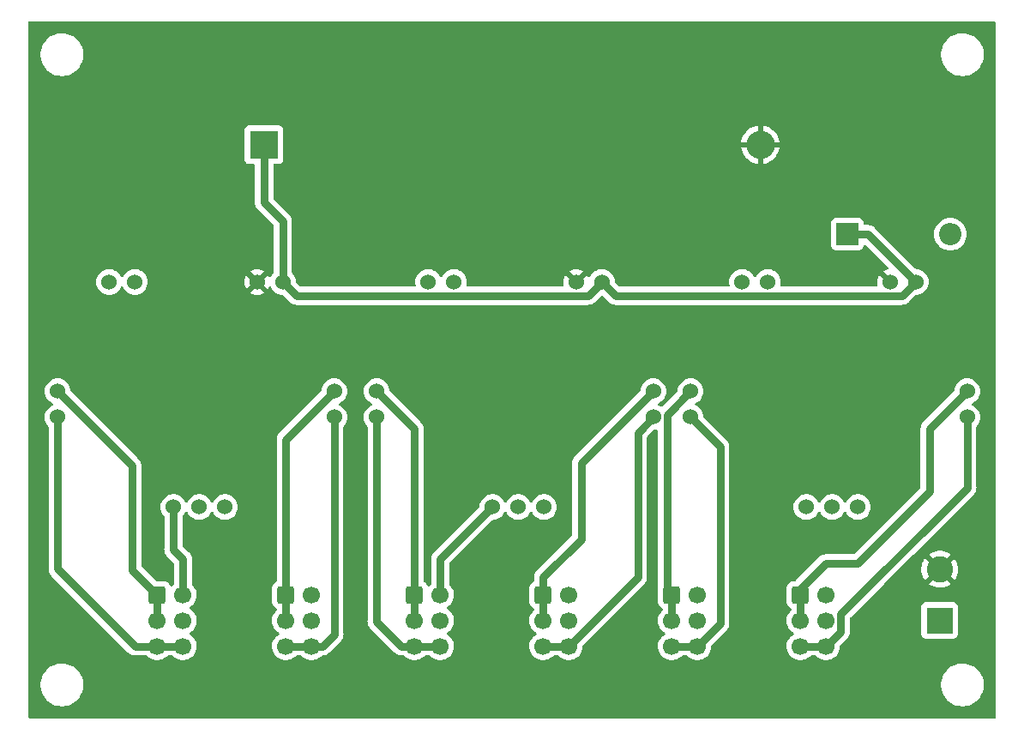
<source format=gtl>
G04 #@! TF.GenerationSoftware,KiCad,Pcbnew,(6.0.0)*
G04 #@! TF.CreationDate,2022-08-06T06:41:06-07:00*
G04 #@! TF.ProjectId,ext_amp,6578745f-616d-4702-9e6b-696361645f70,rev?*
G04 #@! TF.SameCoordinates,Original*
G04 #@! TF.FileFunction,Copper,L1,Top*
G04 #@! TF.FilePolarity,Positive*
%FSLAX46Y46*%
G04 Gerber Fmt 4.6, Leading zero omitted, Abs format (unit mm)*
G04 Created by KiCad (PCBNEW (6.0.0)) date 2022-08-06 06:41:06*
%MOMM*%
%LPD*%
G01*
G04 APERTURE LIST*
G04 Aperture macros list*
%AMRoundRect*
0 Rectangle with rounded corners*
0 $1 Rounding radius*
0 $2 $3 $4 $5 $6 $7 $8 $9 X,Y pos of 4 corners*
0 Add a 4 corners polygon primitive as box body*
4,1,4,$2,$3,$4,$5,$6,$7,$8,$9,$2,$3,0*
0 Add four circle primitives for the rounded corners*
1,1,$1+$1,$2,$3*
1,1,$1+$1,$4,$5*
1,1,$1+$1,$6,$7*
1,1,$1+$1,$8,$9*
0 Add four rect primitives between the rounded corners*
20,1,$1+$1,$2,$3,$4,$5,0*
20,1,$1+$1,$4,$5,$6,$7,0*
20,1,$1+$1,$6,$7,$8,$9,0*
20,1,$1+$1,$8,$9,$2,$3,0*%
G04 Aperture macros list end*
G04 #@! TA.AperFunction,ComponentPad*
%ADD10C,1.524000*%
G04 #@! TD*
G04 #@! TA.AperFunction,ComponentPad*
%ADD11RoundRect,0.250000X-0.600000X-0.600000X0.600000X-0.600000X0.600000X0.600000X-0.600000X0.600000X0*%
G04 #@! TD*
G04 #@! TA.AperFunction,ComponentPad*
%ADD12C,1.700000*%
G04 #@! TD*
G04 #@! TA.AperFunction,ComponentPad*
%ADD13R,2.200000X2.200000*%
G04 #@! TD*
G04 #@! TA.AperFunction,ComponentPad*
%ADD14O,2.200000X2.200000*%
G04 #@! TD*
G04 #@! TA.AperFunction,ComponentPad*
%ADD15R,2.600000X2.600000*%
G04 #@! TD*
G04 #@! TA.AperFunction,ComponentPad*
%ADD16C,2.600000*%
G04 #@! TD*
G04 #@! TA.AperFunction,ComponentPad*
%ADD17R,2.800000X2.800000*%
G04 #@! TD*
G04 #@! TA.AperFunction,ComponentPad*
%ADD18O,2.800000X2.800000*%
G04 #@! TD*
G04 #@! TA.AperFunction,Conductor*
%ADD19C,0.800000*%
G04 #@! TD*
G04 APERTURE END LIST*
D10*
X166757000Y-73281000D03*
X169297000Y-73281000D03*
X152152000Y-73281000D03*
X154692000Y-73281000D03*
X158502000Y-95506000D03*
X161042000Y-95506000D03*
X163582000Y-95506000D03*
X147072000Y-86641000D03*
X147072000Y-84076000D03*
X174377000Y-86641000D03*
X174377000Y-84076000D03*
X135769000Y-73281000D03*
X138309000Y-73281000D03*
X121164000Y-73281000D03*
X123704000Y-73281000D03*
X127514000Y-95506000D03*
X130054000Y-95506000D03*
X132594000Y-95506000D03*
X116084000Y-86641000D03*
X116084000Y-84076000D03*
X143389000Y-86641000D03*
X143389000Y-84076000D03*
X104273000Y-73281000D03*
X106813000Y-73281000D03*
X89668000Y-73281000D03*
X92208000Y-73281000D03*
X96018000Y-95506000D03*
X98558000Y-95506000D03*
X101098000Y-95506000D03*
X84588000Y-86641000D03*
X84588000Y-84076000D03*
X111893000Y-86641000D03*
X111893000Y-84076000D03*
D11*
X94412500Y-104180000D03*
D12*
X96952500Y-104180000D03*
X94412500Y-106720000D03*
X96952500Y-106720000D03*
X94412500Y-109260000D03*
X96952500Y-109260000D03*
D11*
X145212500Y-104180000D03*
D12*
X147752500Y-104180000D03*
X145212500Y-106720000D03*
X147752500Y-106720000D03*
X145212500Y-109260000D03*
X147752500Y-109260000D03*
D11*
X132512500Y-104180000D03*
D12*
X135052500Y-104180000D03*
X132512500Y-106720000D03*
X135052500Y-106720000D03*
X132512500Y-109260000D03*
X135052500Y-109260000D03*
D11*
X157912500Y-104180000D03*
D12*
X160452500Y-104180000D03*
X157912500Y-106720000D03*
X160452500Y-106720000D03*
X157912500Y-109260000D03*
X160452500Y-109260000D03*
D13*
X162560000Y-68580000D03*
D14*
X172720000Y-68580000D03*
D15*
X171665000Y-106730000D03*
D16*
X171665000Y-101650000D03*
D11*
X119812500Y-104180000D03*
D12*
X122352500Y-104180000D03*
X119812500Y-106720000D03*
X122352500Y-106720000D03*
X119812500Y-109260000D03*
X122352500Y-109260000D03*
D17*
X104955000Y-59735000D03*
D18*
X153955000Y-59735000D03*
D11*
X107112500Y-104180000D03*
D12*
X109652500Y-104180000D03*
X107112500Y-106720000D03*
X109652500Y-106720000D03*
X107112500Y-109260000D03*
X109652500Y-109260000D03*
D19*
X122352500Y-100667500D02*
X127514000Y-95506000D01*
X122352500Y-104180000D02*
X122352500Y-100667500D01*
X96952500Y-100635500D02*
X96952500Y-104180000D01*
X96018000Y-99701000D02*
X96952500Y-100635500D01*
X96018000Y-95506000D02*
X96018000Y-99701000D01*
X92242000Y-109260000D02*
X94412500Y-109260000D01*
X84588000Y-101606000D02*
X92242000Y-109260000D01*
X84588000Y-86641000D02*
X84588000Y-101606000D01*
X91948000Y-101715500D02*
X91948000Y-91436000D01*
X94412500Y-104180000D02*
X91948000Y-101715500D01*
X91948000Y-91436000D02*
X84588000Y-84076000D01*
X110704000Y-109260000D02*
X109652500Y-109260000D01*
X111893000Y-108071000D02*
X110704000Y-109260000D01*
X111893000Y-86641000D02*
X111893000Y-108071000D01*
X118531000Y-109260000D02*
X119812500Y-109260000D01*
X116084000Y-106813000D02*
X118531000Y-109260000D01*
X116084000Y-86641000D02*
X116084000Y-106813000D01*
X132512500Y-102437500D02*
X132512500Y-104180000D01*
X136271000Y-91194000D02*
X136271000Y-98679000D01*
X143389000Y-84076000D02*
X136271000Y-91194000D01*
X136271000Y-98679000D02*
X132512500Y-102437500D01*
X141859000Y-102453500D02*
X135052500Y-109260000D01*
X141859000Y-88171000D02*
X141859000Y-102453500D01*
X143389000Y-86641000D02*
X141859000Y-88171000D01*
X147072000Y-86641000D02*
X149987000Y-89556000D01*
X149987000Y-89556000D02*
X149987000Y-107025500D01*
X149987000Y-107025500D02*
X147752500Y-109260000D01*
X157912500Y-103580500D02*
X157912500Y-104180000D01*
X163576000Y-101092000D02*
X160401000Y-101092000D01*
X160401000Y-101092000D02*
X157912500Y-103580500D01*
X170688000Y-87765000D02*
X170688000Y-93980000D01*
X170688000Y-93980000D02*
X163576000Y-101092000D01*
X174377000Y-84076000D02*
X170688000Y-87765000D01*
X161902011Y-107810489D02*
X160452500Y-109260000D01*
X161902011Y-106067989D02*
X161902011Y-107810489D01*
X174377000Y-93593000D02*
X161902011Y-106067989D01*
X174377000Y-86641000D02*
X174377000Y-93593000D01*
X144750511Y-86397489D02*
X144750511Y-103718011D01*
X144750511Y-103718011D02*
X145212500Y-104180000D01*
X147072000Y-84076000D02*
X144750511Y-86397489D01*
X119812500Y-87804500D02*
X119812500Y-104180000D01*
X116084000Y-84076000D02*
X119812500Y-87804500D01*
X107112500Y-88856500D02*
X107112500Y-104180000D01*
X111893000Y-84076000D02*
X107112500Y-88856500D01*
X164596000Y-68580000D02*
X169297000Y-73281000D01*
X162560000Y-68580000D02*
X164596000Y-68580000D01*
X139670511Y-74642511D02*
X167935489Y-74642511D01*
X138309000Y-73281000D02*
X139670511Y-74642511D01*
X167935489Y-74642511D02*
X169297000Y-73281000D01*
X136947489Y-74642511D02*
X138309000Y-73281000D01*
X108174511Y-74642511D02*
X136947489Y-74642511D01*
X106813000Y-73281000D02*
X108174511Y-74642511D01*
X104955000Y-65458000D02*
X106813000Y-67316000D01*
X106813000Y-67316000D02*
X106813000Y-73281000D01*
X104955000Y-59735000D02*
X104955000Y-65458000D01*
X107112500Y-104180000D02*
X107112500Y-106720000D01*
X107112500Y-109260000D02*
X109652500Y-109260000D01*
X132512500Y-106720000D02*
X132512500Y-104180000D01*
X132512500Y-109260000D02*
X135052500Y-109260000D01*
X157912500Y-106720000D02*
X157912500Y-104180000D01*
X157912500Y-109260000D02*
X160452500Y-109260000D01*
X94412500Y-104180000D02*
X94412500Y-106720000D01*
X96952500Y-109260000D02*
X94412500Y-109260000D01*
X119812500Y-104180000D02*
X119812500Y-106720000D01*
X122352500Y-109260000D02*
X119812500Y-109260000D01*
X145212500Y-104180000D02*
X145212500Y-106720000D01*
X147752500Y-109260000D02*
X145212500Y-109260000D01*
G04 #@! TA.AperFunction,Conductor*
G36*
X177149121Y-47563002D02*
G01*
X177195614Y-47616658D01*
X177207000Y-47669000D01*
X177207000Y-116251000D01*
X177186998Y-116319121D01*
X177133342Y-116365614D01*
X177081000Y-116377000D01*
X81829000Y-116377000D01*
X81760879Y-116356998D01*
X81714386Y-116303342D01*
X81703000Y-116251000D01*
X81703000Y-113207703D01*
X82895743Y-113207703D01*
X82933268Y-113492734D01*
X83009129Y-113770036D01*
X83121923Y-114034476D01*
X83269561Y-114281161D01*
X83449313Y-114505528D01*
X83657851Y-114703423D01*
X83891317Y-114871186D01*
X83895112Y-114873195D01*
X83895113Y-114873196D01*
X83916869Y-114884715D01*
X84145392Y-115005712D01*
X84415373Y-115104511D01*
X84696264Y-115165755D01*
X84724841Y-115168004D01*
X84919282Y-115183307D01*
X84919291Y-115183307D01*
X84921739Y-115183500D01*
X85077271Y-115183500D01*
X85079407Y-115183354D01*
X85079418Y-115183354D01*
X85287548Y-115169165D01*
X85287554Y-115169164D01*
X85291825Y-115168873D01*
X85296020Y-115168004D01*
X85296022Y-115168004D01*
X85432583Y-115139724D01*
X85573342Y-115110574D01*
X85844343Y-115014607D01*
X86099812Y-114882750D01*
X86103313Y-114880289D01*
X86103317Y-114880287D01*
X86217417Y-114800096D01*
X86335023Y-114717441D01*
X86545622Y-114521740D01*
X86727713Y-114299268D01*
X86877927Y-114054142D01*
X86993483Y-113790898D01*
X87072244Y-113514406D01*
X87112751Y-113229784D01*
X87112845Y-113211951D01*
X87112867Y-113207703D01*
X171795743Y-113207703D01*
X171833268Y-113492734D01*
X171909129Y-113770036D01*
X172021923Y-114034476D01*
X172169561Y-114281161D01*
X172349313Y-114505528D01*
X172557851Y-114703423D01*
X172791317Y-114871186D01*
X172795112Y-114873195D01*
X172795113Y-114873196D01*
X172816869Y-114884715D01*
X173045392Y-115005712D01*
X173315373Y-115104511D01*
X173596264Y-115165755D01*
X173624841Y-115168004D01*
X173819282Y-115183307D01*
X173819291Y-115183307D01*
X173821739Y-115183500D01*
X173977271Y-115183500D01*
X173979407Y-115183354D01*
X173979418Y-115183354D01*
X174187548Y-115169165D01*
X174187554Y-115169164D01*
X174191825Y-115168873D01*
X174196020Y-115168004D01*
X174196022Y-115168004D01*
X174332583Y-115139724D01*
X174473342Y-115110574D01*
X174744343Y-115014607D01*
X174999812Y-114882750D01*
X175003313Y-114880289D01*
X175003317Y-114880287D01*
X175117417Y-114800096D01*
X175235023Y-114717441D01*
X175445622Y-114521740D01*
X175627713Y-114299268D01*
X175777927Y-114054142D01*
X175893483Y-113790898D01*
X175972244Y-113514406D01*
X176012751Y-113229784D01*
X176012845Y-113211951D01*
X176014235Y-112946583D01*
X176014235Y-112946576D01*
X176014257Y-112942297D01*
X175976732Y-112657266D01*
X175900871Y-112379964D01*
X175788077Y-112115524D01*
X175640439Y-111868839D01*
X175460687Y-111644472D01*
X175252149Y-111446577D01*
X175018683Y-111278814D01*
X174996843Y-111267250D01*
X174973654Y-111254972D01*
X174764608Y-111144288D01*
X174494627Y-111045489D01*
X174213736Y-110984245D01*
X174182685Y-110981801D01*
X173990718Y-110966693D01*
X173990709Y-110966693D01*
X173988261Y-110966500D01*
X173832729Y-110966500D01*
X173830593Y-110966646D01*
X173830582Y-110966646D01*
X173622452Y-110980835D01*
X173622446Y-110980836D01*
X173618175Y-110981127D01*
X173613980Y-110981996D01*
X173613978Y-110981996D01*
X173477416Y-111010277D01*
X173336658Y-111039426D01*
X173065657Y-111135393D01*
X172810188Y-111267250D01*
X172806687Y-111269711D01*
X172806683Y-111269713D01*
X172796594Y-111276804D01*
X172574977Y-111432559D01*
X172364378Y-111628260D01*
X172182287Y-111850732D01*
X172032073Y-112095858D01*
X171916517Y-112359102D01*
X171837756Y-112635594D01*
X171797249Y-112920216D01*
X171797227Y-112924505D01*
X171797226Y-112924512D01*
X171795765Y-113203417D01*
X171795743Y-113207703D01*
X87112867Y-113207703D01*
X87114235Y-112946583D01*
X87114235Y-112946576D01*
X87114257Y-112942297D01*
X87076732Y-112657266D01*
X87000871Y-112379964D01*
X86888077Y-112115524D01*
X86740439Y-111868839D01*
X86560687Y-111644472D01*
X86352149Y-111446577D01*
X86118683Y-111278814D01*
X86096843Y-111267250D01*
X86073654Y-111254972D01*
X85864608Y-111144288D01*
X85594627Y-111045489D01*
X85313736Y-110984245D01*
X85282685Y-110981801D01*
X85090718Y-110966693D01*
X85090709Y-110966693D01*
X85088261Y-110966500D01*
X84932729Y-110966500D01*
X84930593Y-110966646D01*
X84930582Y-110966646D01*
X84722452Y-110980835D01*
X84722446Y-110980836D01*
X84718175Y-110981127D01*
X84713980Y-110981996D01*
X84713978Y-110981996D01*
X84577416Y-111010277D01*
X84436658Y-111039426D01*
X84165657Y-111135393D01*
X83910188Y-111267250D01*
X83906687Y-111269711D01*
X83906683Y-111269713D01*
X83896594Y-111276804D01*
X83674977Y-111432559D01*
X83464378Y-111628260D01*
X83282287Y-111850732D01*
X83132073Y-112095858D01*
X83016517Y-112359102D01*
X82937756Y-112635594D01*
X82897249Y-112920216D01*
X82897227Y-112924505D01*
X82897226Y-112924512D01*
X82895765Y-113203417D01*
X82895743Y-113207703D01*
X81703000Y-113207703D01*
X81703000Y-86641000D01*
X83312647Y-86641000D01*
X83332022Y-86862463D01*
X83389560Y-87077196D01*
X83391882Y-87082177D01*
X83391883Y-87082178D01*
X83481186Y-87273689D01*
X83481189Y-87273694D01*
X83483512Y-87278676D01*
X83486668Y-87283183D01*
X83486669Y-87283185D01*
X83607507Y-87455759D01*
X83611023Y-87460781D01*
X83642595Y-87492353D01*
X83676621Y-87554665D01*
X83679500Y-87581448D01*
X83679500Y-101524583D01*
X83677949Y-101544292D01*
X83675748Y-101558190D01*
X83676093Y-101564777D01*
X83676093Y-101564782D01*
X83679327Y-101626480D01*
X83679500Y-101633074D01*
X83679500Y-101653610D01*
X83679844Y-101656882D01*
X83679844Y-101656884D01*
X83681647Y-101674042D01*
X83682164Y-101680616D01*
X83685239Y-101739281D01*
X83685743Y-101748903D01*
X83687453Y-101755284D01*
X83687453Y-101755286D01*
X83689383Y-101762491D01*
X83692985Y-101781925D01*
X83693766Y-101789354D01*
X83693768Y-101789363D01*
X83694458Y-101795928D01*
X83715600Y-101860997D01*
X83717467Y-101867299D01*
X83735171Y-101933370D01*
X83738534Y-101939970D01*
X83741559Y-101945907D01*
X83749125Y-101964174D01*
X83751174Y-101970479D01*
X83753473Y-101977556D01*
X83756776Y-101983278D01*
X83756777Y-101983279D01*
X83787667Y-102036782D01*
X83790814Y-102042577D01*
X83821871Y-102103530D01*
X83826024Y-102108658D01*
X83826025Y-102108660D01*
X83830727Y-102114466D01*
X83841927Y-102130763D01*
X83845657Y-102137224D01*
X83845660Y-102137228D01*
X83848960Y-102142944D01*
X83853377Y-102147850D01*
X83853381Y-102147855D01*
X83894722Y-102193769D01*
X83899006Y-102198784D01*
X83911928Y-102214741D01*
X83926443Y-102229256D01*
X83930984Y-102234041D01*
X83976747Y-102284866D01*
X83982086Y-102288745D01*
X83982087Y-102288746D01*
X83988135Y-102293140D01*
X84003168Y-102305981D01*
X91542019Y-109844832D01*
X91554860Y-109859865D01*
X91563134Y-109871253D01*
X91568043Y-109875673D01*
X91613959Y-109917016D01*
X91618744Y-109921557D01*
X91633259Y-109936072D01*
X91635823Y-109938148D01*
X91649216Y-109948994D01*
X91654231Y-109953278D01*
X91700145Y-109994619D01*
X91700150Y-109994623D01*
X91705056Y-109999040D01*
X91710772Y-110002340D01*
X91710776Y-110002343D01*
X91717237Y-110006073D01*
X91733533Y-110017273D01*
X91744470Y-110026129D01*
X91750348Y-110029124D01*
X91750351Y-110029126D01*
X91805426Y-110057188D01*
X91811223Y-110060336D01*
X91864721Y-110091223D01*
X91870444Y-110094527D01*
X91883826Y-110098875D01*
X91902085Y-110106438D01*
X91914630Y-110112830D01*
X91921000Y-110114537D01*
X91921003Y-110114538D01*
X91960074Y-110125007D01*
X91980712Y-110130537D01*
X91987025Y-110132407D01*
X92052072Y-110153542D01*
X92066075Y-110155014D01*
X92085504Y-110158615D01*
X92099097Y-110162257D01*
X92105694Y-110162603D01*
X92105696Y-110162603D01*
X92167384Y-110165836D01*
X92173958Y-110166353D01*
X92191116Y-110168156D01*
X92191118Y-110168156D01*
X92194390Y-110168500D01*
X92214926Y-110168500D01*
X92221520Y-110168673D01*
X92283218Y-110171907D01*
X92283223Y-110171907D01*
X92289810Y-110172252D01*
X92296326Y-110171220D01*
X92296327Y-110171220D01*
X92303707Y-110170051D01*
X92323417Y-110168500D01*
X93344511Y-110168500D01*
X93412632Y-110188502D01*
X93439748Y-110212002D01*
X93455364Y-110230030D01*
X93455369Y-110230035D01*
X93458750Y-110233938D01*
X93630626Y-110376632D01*
X93823500Y-110489338D01*
X94032192Y-110569030D01*
X94037260Y-110570061D01*
X94037263Y-110570062D01*
X94144517Y-110591883D01*
X94251097Y-110613567D01*
X94256272Y-110613757D01*
X94256274Y-110613757D01*
X94469173Y-110621564D01*
X94469177Y-110621564D01*
X94474337Y-110621753D01*
X94479457Y-110621097D01*
X94479459Y-110621097D01*
X94690788Y-110594025D01*
X94690789Y-110594025D01*
X94695916Y-110593368D01*
X94700866Y-110591883D01*
X94904929Y-110530661D01*
X94904934Y-110530659D01*
X94909884Y-110529174D01*
X95110494Y-110430896D01*
X95292360Y-110301173D01*
X95388620Y-110205248D01*
X95450990Y-110171333D01*
X95477559Y-110168500D01*
X95884511Y-110168500D01*
X95952632Y-110188502D01*
X95979748Y-110212002D01*
X95995364Y-110230030D01*
X95995369Y-110230035D01*
X95998750Y-110233938D01*
X96170626Y-110376632D01*
X96363500Y-110489338D01*
X96572192Y-110569030D01*
X96577260Y-110570061D01*
X96577263Y-110570062D01*
X96684517Y-110591883D01*
X96791097Y-110613567D01*
X96796272Y-110613757D01*
X96796274Y-110613757D01*
X97009173Y-110621564D01*
X97009177Y-110621564D01*
X97014337Y-110621753D01*
X97019457Y-110621097D01*
X97019459Y-110621097D01*
X97230788Y-110594025D01*
X97230789Y-110594025D01*
X97235916Y-110593368D01*
X97240866Y-110591883D01*
X97444929Y-110530661D01*
X97444934Y-110530659D01*
X97449884Y-110529174D01*
X97650494Y-110430896D01*
X97832360Y-110301173D01*
X97990596Y-110143489D01*
X98050094Y-110060689D01*
X98117935Y-109966277D01*
X98120953Y-109962077D01*
X98126394Y-109951069D01*
X98217636Y-109766453D01*
X98217637Y-109766451D01*
X98219930Y-109761811D01*
X98284870Y-109548069D01*
X98314029Y-109326590D01*
X98315656Y-109260000D01*
X98312918Y-109226695D01*
X105749751Y-109226695D01*
X105750048Y-109231848D01*
X105750048Y-109231851D01*
X105755511Y-109326590D01*
X105762610Y-109449715D01*
X105763747Y-109454761D01*
X105763748Y-109454767D01*
X105783619Y-109542939D01*
X105811722Y-109667639D01*
X105895766Y-109874616D01*
X105898465Y-109879020D01*
X106008560Y-110058679D01*
X106012487Y-110065088D01*
X106158750Y-110233938D01*
X106330626Y-110376632D01*
X106523500Y-110489338D01*
X106732192Y-110569030D01*
X106737260Y-110570061D01*
X106737263Y-110570062D01*
X106844517Y-110591883D01*
X106951097Y-110613567D01*
X106956272Y-110613757D01*
X106956274Y-110613757D01*
X107169173Y-110621564D01*
X107169177Y-110621564D01*
X107174337Y-110621753D01*
X107179457Y-110621097D01*
X107179459Y-110621097D01*
X107390788Y-110594025D01*
X107390789Y-110594025D01*
X107395916Y-110593368D01*
X107400866Y-110591883D01*
X107604929Y-110530661D01*
X107604934Y-110530659D01*
X107609884Y-110529174D01*
X107810494Y-110430896D01*
X107992360Y-110301173D01*
X108088620Y-110205248D01*
X108150990Y-110171333D01*
X108177559Y-110168500D01*
X108584511Y-110168500D01*
X108652632Y-110188502D01*
X108679748Y-110212002D01*
X108695364Y-110230030D01*
X108695369Y-110230035D01*
X108698750Y-110233938D01*
X108870626Y-110376632D01*
X109063500Y-110489338D01*
X109272192Y-110569030D01*
X109277260Y-110570061D01*
X109277263Y-110570062D01*
X109384517Y-110591883D01*
X109491097Y-110613567D01*
X109496272Y-110613757D01*
X109496274Y-110613757D01*
X109709173Y-110621564D01*
X109709177Y-110621564D01*
X109714337Y-110621753D01*
X109719457Y-110621097D01*
X109719459Y-110621097D01*
X109930788Y-110594025D01*
X109930789Y-110594025D01*
X109935916Y-110593368D01*
X109940866Y-110591883D01*
X110144929Y-110530661D01*
X110144934Y-110530659D01*
X110149884Y-110529174D01*
X110350494Y-110430896D01*
X110532360Y-110301173D01*
X110536017Y-110297529D01*
X110536023Y-110297524D01*
X110627869Y-110205997D01*
X110690240Y-110172080D01*
X110710205Y-110169421D01*
X110724512Y-110168671D01*
X110731074Y-110168500D01*
X110751610Y-110168500D01*
X110754882Y-110168156D01*
X110754884Y-110168156D01*
X110772042Y-110166353D01*
X110778616Y-110165836D01*
X110840308Y-110162603D01*
X110840312Y-110162602D01*
X110846903Y-110162257D01*
X110853284Y-110160547D01*
X110853286Y-110160547D01*
X110860491Y-110158617D01*
X110879925Y-110155015D01*
X110887354Y-110154234D01*
X110887363Y-110154232D01*
X110893928Y-110153542D01*
X110958997Y-110132400D01*
X110965299Y-110130533D01*
X111031370Y-110112829D01*
X111043908Y-110106440D01*
X111062174Y-110098875D01*
X111069272Y-110096569D01*
X111069274Y-110096568D01*
X111075556Y-110094527D01*
X111134785Y-110060331D01*
X111140579Y-110057185D01*
X111201530Y-110026129D01*
X111212467Y-110017273D01*
X111228763Y-110006073D01*
X111235224Y-110002343D01*
X111235228Y-110002340D01*
X111240944Y-109999040D01*
X111245850Y-109994623D01*
X111245855Y-109994619D01*
X111291769Y-109953278D01*
X111296784Y-109948994D01*
X111310177Y-109938148D01*
X111312741Y-109936072D01*
X111327256Y-109921557D01*
X111332041Y-109917016D01*
X111377957Y-109875673D01*
X111382866Y-109871253D01*
X111391140Y-109859865D01*
X111403981Y-109844832D01*
X112477832Y-108770981D01*
X112492865Y-108758140D01*
X112498913Y-108753746D01*
X112498914Y-108753745D01*
X112504253Y-108749866D01*
X112550016Y-108699041D01*
X112554557Y-108694256D01*
X112569072Y-108679741D01*
X112581994Y-108663784D01*
X112586278Y-108658769D01*
X112627619Y-108612855D01*
X112627623Y-108612850D01*
X112632040Y-108607944D01*
X112635340Y-108602228D01*
X112635343Y-108602224D01*
X112639073Y-108595763D01*
X112650273Y-108579466D01*
X112654975Y-108573660D01*
X112654976Y-108573658D01*
X112659129Y-108568530D01*
X112677438Y-108532598D01*
X112690188Y-108507574D01*
X112693336Y-108501777D01*
X112724224Y-108448277D01*
X112727527Y-108442556D01*
X112731875Y-108429174D01*
X112739438Y-108410915D01*
X112745830Y-108398370D01*
X112763537Y-108332288D01*
X112765409Y-108325969D01*
X112769575Y-108313149D01*
X112786542Y-108260928D01*
X112788014Y-108246925D01*
X112791615Y-108227496D01*
X112795257Y-108213903D01*
X112797628Y-108168663D01*
X112798836Y-108145616D01*
X112799353Y-108139042D01*
X112801156Y-108121884D01*
X112801156Y-108121882D01*
X112801500Y-108118610D01*
X112801500Y-108098074D01*
X112801673Y-108091480D01*
X112804907Y-108029782D01*
X112804907Y-108029777D01*
X112805252Y-108023190D01*
X112803051Y-108009292D01*
X112801500Y-107989583D01*
X112801500Y-87581448D01*
X112821502Y-87513327D01*
X112838405Y-87492353D01*
X112869977Y-87460781D01*
X112873494Y-87455759D01*
X112994331Y-87283185D01*
X112994332Y-87283183D01*
X112997488Y-87278676D01*
X112999811Y-87273694D01*
X112999814Y-87273689D01*
X113089117Y-87082178D01*
X113089118Y-87082177D01*
X113091440Y-87077196D01*
X113148978Y-86862463D01*
X113168353Y-86641000D01*
X114808647Y-86641000D01*
X114828022Y-86862463D01*
X114885560Y-87077196D01*
X114887882Y-87082177D01*
X114887883Y-87082178D01*
X114977186Y-87273689D01*
X114977189Y-87273694D01*
X114979512Y-87278676D01*
X114982668Y-87283183D01*
X114982669Y-87283185D01*
X115103507Y-87455759D01*
X115107023Y-87460781D01*
X115138595Y-87492353D01*
X115172621Y-87554665D01*
X115175500Y-87581448D01*
X115175500Y-106731583D01*
X115173949Y-106751292D01*
X115171748Y-106765190D01*
X115172093Y-106771777D01*
X115172093Y-106771782D01*
X115175327Y-106833480D01*
X115175500Y-106840074D01*
X115175500Y-106860610D01*
X115175844Y-106863882D01*
X115175844Y-106863884D01*
X115177647Y-106881042D01*
X115178164Y-106887616D01*
X115181124Y-106944084D01*
X115181743Y-106955903D01*
X115183453Y-106962284D01*
X115183453Y-106962286D01*
X115185383Y-106969491D01*
X115188985Y-106988925D01*
X115189766Y-106996354D01*
X115189768Y-106996363D01*
X115190458Y-107002928D01*
X115211600Y-107067997D01*
X115213467Y-107074299D01*
X115231171Y-107140370D01*
X115237559Y-107152907D01*
X115245125Y-107171173D01*
X115249473Y-107184556D01*
X115252776Y-107190278D01*
X115252777Y-107190279D01*
X115283667Y-107243782D01*
X115286814Y-107249577D01*
X115317871Y-107310530D01*
X115322024Y-107315658D01*
X115322025Y-107315660D01*
X115326727Y-107321466D01*
X115337927Y-107337763D01*
X115341657Y-107344224D01*
X115341660Y-107344228D01*
X115344960Y-107349944D01*
X115349377Y-107354850D01*
X115349381Y-107354855D01*
X115390722Y-107400769D01*
X115395006Y-107405784D01*
X115407928Y-107421741D01*
X115422443Y-107436256D01*
X115426984Y-107441041D01*
X115472747Y-107491866D01*
X115478086Y-107495745D01*
X115478087Y-107495746D01*
X115484135Y-107500140D01*
X115499168Y-107512981D01*
X117831019Y-109844832D01*
X117843860Y-109859865D01*
X117852134Y-109871253D01*
X117857043Y-109875673D01*
X117902959Y-109917016D01*
X117907744Y-109921557D01*
X117922259Y-109936072D01*
X117924823Y-109938148D01*
X117938216Y-109948994D01*
X117943231Y-109953278D01*
X117989145Y-109994619D01*
X117989150Y-109994623D01*
X117994056Y-109999040D01*
X117999772Y-110002340D01*
X117999776Y-110002343D01*
X118006237Y-110006073D01*
X118022533Y-110017273D01*
X118033470Y-110026129D01*
X118039348Y-110029124D01*
X118039351Y-110029126D01*
X118094426Y-110057188D01*
X118100223Y-110060336D01*
X118153721Y-110091223D01*
X118159444Y-110094527D01*
X118172826Y-110098875D01*
X118191085Y-110106438D01*
X118203630Y-110112830D01*
X118210000Y-110114537D01*
X118210003Y-110114538D01*
X118249074Y-110125007D01*
X118269712Y-110130537D01*
X118276025Y-110132407D01*
X118341072Y-110153542D01*
X118355075Y-110155014D01*
X118374504Y-110158615D01*
X118388097Y-110162257D01*
X118394694Y-110162603D01*
X118394696Y-110162603D01*
X118456384Y-110165836D01*
X118462958Y-110166353D01*
X118480116Y-110168156D01*
X118480118Y-110168156D01*
X118483390Y-110168500D01*
X118503926Y-110168500D01*
X118510520Y-110168673D01*
X118572218Y-110171907D01*
X118572223Y-110171907D01*
X118578810Y-110172252D01*
X118585326Y-110171220D01*
X118585327Y-110171220D01*
X118592707Y-110170051D01*
X118612417Y-110168500D01*
X118744511Y-110168500D01*
X118812632Y-110188502D01*
X118839748Y-110212002D01*
X118855364Y-110230030D01*
X118855369Y-110230035D01*
X118858750Y-110233938D01*
X119030626Y-110376632D01*
X119223500Y-110489338D01*
X119432192Y-110569030D01*
X119437260Y-110570061D01*
X119437263Y-110570062D01*
X119544517Y-110591883D01*
X119651097Y-110613567D01*
X119656272Y-110613757D01*
X119656274Y-110613757D01*
X119869173Y-110621564D01*
X119869177Y-110621564D01*
X119874337Y-110621753D01*
X119879457Y-110621097D01*
X119879459Y-110621097D01*
X120090788Y-110594025D01*
X120090789Y-110594025D01*
X120095916Y-110593368D01*
X120100866Y-110591883D01*
X120304929Y-110530661D01*
X120304934Y-110530659D01*
X120309884Y-110529174D01*
X120510494Y-110430896D01*
X120692360Y-110301173D01*
X120788620Y-110205248D01*
X120850990Y-110171333D01*
X120877559Y-110168500D01*
X121284511Y-110168500D01*
X121352632Y-110188502D01*
X121379748Y-110212002D01*
X121395364Y-110230030D01*
X121395369Y-110230035D01*
X121398750Y-110233938D01*
X121570626Y-110376632D01*
X121763500Y-110489338D01*
X121972192Y-110569030D01*
X121977260Y-110570061D01*
X121977263Y-110570062D01*
X122084517Y-110591883D01*
X122191097Y-110613567D01*
X122196272Y-110613757D01*
X122196274Y-110613757D01*
X122409173Y-110621564D01*
X122409177Y-110621564D01*
X122414337Y-110621753D01*
X122419457Y-110621097D01*
X122419459Y-110621097D01*
X122630788Y-110594025D01*
X122630789Y-110594025D01*
X122635916Y-110593368D01*
X122640866Y-110591883D01*
X122844929Y-110530661D01*
X122844934Y-110530659D01*
X122849884Y-110529174D01*
X123050494Y-110430896D01*
X123232360Y-110301173D01*
X123390596Y-110143489D01*
X123450094Y-110060689D01*
X123517935Y-109966277D01*
X123520953Y-109962077D01*
X123526394Y-109951069D01*
X123617636Y-109766453D01*
X123617637Y-109766451D01*
X123619930Y-109761811D01*
X123684870Y-109548069D01*
X123714029Y-109326590D01*
X123715656Y-109260000D01*
X123712918Y-109226695D01*
X131149751Y-109226695D01*
X131150048Y-109231848D01*
X131150048Y-109231851D01*
X131155511Y-109326590D01*
X131162610Y-109449715D01*
X131163747Y-109454761D01*
X131163748Y-109454767D01*
X131183619Y-109542939D01*
X131211722Y-109667639D01*
X131295766Y-109874616D01*
X131298465Y-109879020D01*
X131408560Y-110058679D01*
X131412487Y-110065088D01*
X131558750Y-110233938D01*
X131730626Y-110376632D01*
X131923500Y-110489338D01*
X132132192Y-110569030D01*
X132137260Y-110570061D01*
X132137263Y-110570062D01*
X132244517Y-110591883D01*
X132351097Y-110613567D01*
X132356272Y-110613757D01*
X132356274Y-110613757D01*
X132569173Y-110621564D01*
X132569177Y-110621564D01*
X132574337Y-110621753D01*
X132579457Y-110621097D01*
X132579459Y-110621097D01*
X132790788Y-110594025D01*
X132790789Y-110594025D01*
X132795916Y-110593368D01*
X132800866Y-110591883D01*
X133004929Y-110530661D01*
X133004934Y-110530659D01*
X133009884Y-110529174D01*
X133210494Y-110430896D01*
X133392360Y-110301173D01*
X133488620Y-110205248D01*
X133550990Y-110171333D01*
X133577559Y-110168500D01*
X133984511Y-110168500D01*
X134052632Y-110188502D01*
X134079748Y-110212002D01*
X134095364Y-110230030D01*
X134095369Y-110230035D01*
X134098750Y-110233938D01*
X134270626Y-110376632D01*
X134463500Y-110489338D01*
X134672192Y-110569030D01*
X134677260Y-110570061D01*
X134677263Y-110570062D01*
X134784517Y-110591883D01*
X134891097Y-110613567D01*
X134896272Y-110613757D01*
X134896274Y-110613757D01*
X135109173Y-110621564D01*
X135109177Y-110621564D01*
X135114337Y-110621753D01*
X135119457Y-110621097D01*
X135119459Y-110621097D01*
X135330788Y-110594025D01*
X135330789Y-110594025D01*
X135335916Y-110593368D01*
X135340866Y-110591883D01*
X135544929Y-110530661D01*
X135544934Y-110530659D01*
X135549884Y-110529174D01*
X135750494Y-110430896D01*
X135932360Y-110301173D01*
X136090596Y-110143489D01*
X136150094Y-110060689D01*
X136217935Y-109966277D01*
X136220953Y-109962077D01*
X136226394Y-109951069D01*
X136317636Y-109766453D01*
X136317637Y-109766451D01*
X136319930Y-109761811D01*
X136384870Y-109548069D01*
X136414029Y-109326590D01*
X136415656Y-109260000D01*
X136415380Y-109256641D01*
X136414486Y-109245763D01*
X136428840Y-109176233D01*
X136450967Y-109146346D01*
X142443832Y-103153481D01*
X142458865Y-103140640D01*
X142464913Y-103136246D01*
X142464914Y-103136245D01*
X142470253Y-103132366D01*
X142516016Y-103081541D01*
X142520557Y-103076756D01*
X142535072Y-103062241D01*
X142547994Y-103046284D01*
X142552278Y-103041269D01*
X142593619Y-102995355D01*
X142593623Y-102995350D01*
X142598040Y-102990444D01*
X142601340Y-102984728D01*
X142601343Y-102984724D01*
X142605073Y-102978263D01*
X142616273Y-102961966D01*
X142620975Y-102956160D01*
X142620976Y-102956158D01*
X142625129Y-102951030D01*
X142631846Y-102937849D01*
X142656188Y-102890074D01*
X142659336Y-102884277D01*
X142690224Y-102830777D01*
X142693527Y-102825056D01*
X142697875Y-102811674D01*
X142705438Y-102793415D01*
X142711830Y-102780870D01*
X142729537Y-102714788D01*
X142731409Y-102708469D01*
X142750501Y-102649710D01*
X142750501Y-102649709D01*
X142752542Y-102643428D01*
X142754014Y-102629425D01*
X142757615Y-102609996D01*
X142761257Y-102596403D01*
X142764836Y-102528116D01*
X142765353Y-102521542D01*
X142767156Y-102504384D01*
X142767156Y-102504382D01*
X142767500Y-102501110D01*
X142767500Y-102480574D01*
X142767673Y-102473980D01*
X142770907Y-102412282D01*
X142770907Y-102412277D01*
X142771252Y-102405690D01*
X142769051Y-102391793D01*
X142767500Y-102372083D01*
X142767500Y-88599503D01*
X142787502Y-88531382D01*
X142804405Y-88510408D01*
X143366938Y-87947875D01*
X143429250Y-87913849D01*
X143445049Y-87911449D01*
X143610463Y-87896978D01*
X143615776Y-87895554D01*
X143615784Y-87895553D01*
X143683399Y-87877435D01*
X143754375Y-87879124D01*
X143813171Y-87918917D01*
X143841120Y-87984181D01*
X143842011Y-87999141D01*
X143842011Y-103636594D01*
X143840460Y-103656303D01*
X143838259Y-103670201D01*
X143838604Y-103676788D01*
X143838604Y-103676793D01*
X143841838Y-103738491D01*
X143842011Y-103745085D01*
X143842011Y-103765621D01*
X143842355Y-103768893D01*
X143842355Y-103768895D01*
X143844158Y-103786053D01*
X143844675Y-103792627D01*
X143848254Y-103860914D01*
X143849962Y-103867288D01*
X143850996Y-103873819D01*
X143850698Y-103873866D01*
X143854000Y-103898949D01*
X143854000Y-104830400D01*
X143854337Y-104833646D01*
X143854337Y-104833650D01*
X143864065Y-104927402D01*
X143864974Y-104936166D01*
X143867155Y-104942702D01*
X143867155Y-104942704D01*
X143910932Y-105073919D01*
X143920950Y-105103946D01*
X144014022Y-105254348D01*
X144139197Y-105379305D01*
X144241553Y-105442398D01*
X144244116Y-105443978D01*
X144291609Y-105496750D01*
X144304000Y-105551238D01*
X144304000Y-105653737D01*
X144283998Y-105721858D01*
X144269094Y-105740788D01*
X144153129Y-105862138D01*
X144150220Y-105866403D01*
X144150214Y-105866411D01*
X144065056Y-105991249D01*
X144027243Y-106046680D01*
X143933188Y-106249305D01*
X143873489Y-106464570D01*
X143849751Y-106686695D01*
X143850048Y-106691848D01*
X143850048Y-106691851D01*
X143855511Y-106786590D01*
X143862610Y-106909715D01*
X143863747Y-106914761D01*
X143863748Y-106914767D01*
X143874798Y-106963796D01*
X143911722Y-107127639D01*
X143995766Y-107334616D01*
X144037536Y-107402779D01*
X144109791Y-107520688D01*
X144112487Y-107525088D01*
X144258750Y-107693938D01*
X144430626Y-107836632D01*
X144467363Y-107858099D01*
X144503945Y-107879476D01*
X144552669Y-107931114D01*
X144565740Y-108000897D01*
X144539009Y-108066669D01*
X144498555Y-108100027D01*
X144486107Y-108106507D01*
X144481974Y-108109610D01*
X144481971Y-108109612D01*
X144318289Y-108232508D01*
X144307465Y-108240635D01*
X144300904Y-108247501D01*
X144210873Y-108341713D01*
X144153129Y-108402138D01*
X144150215Y-108406410D01*
X144150214Y-108406411D01*
X144141118Y-108419745D01*
X144027243Y-108586680D01*
X144011503Y-108620590D01*
X143941694Y-108770981D01*
X143933188Y-108789305D01*
X143873489Y-109004570D01*
X143849751Y-109226695D01*
X143850048Y-109231848D01*
X143850048Y-109231851D01*
X143855511Y-109326590D01*
X143862610Y-109449715D01*
X143863747Y-109454761D01*
X143863748Y-109454767D01*
X143883619Y-109542939D01*
X143911722Y-109667639D01*
X143995766Y-109874616D01*
X143998465Y-109879020D01*
X144108560Y-110058679D01*
X144112487Y-110065088D01*
X144258750Y-110233938D01*
X144430626Y-110376632D01*
X144623500Y-110489338D01*
X144832192Y-110569030D01*
X144837260Y-110570061D01*
X144837263Y-110570062D01*
X144944517Y-110591883D01*
X145051097Y-110613567D01*
X145056272Y-110613757D01*
X145056274Y-110613757D01*
X145269173Y-110621564D01*
X145269177Y-110621564D01*
X145274337Y-110621753D01*
X145279457Y-110621097D01*
X145279459Y-110621097D01*
X145490788Y-110594025D01*
X145490789Y-110594025D01*
X145495916Y-110593368D01*
X145500866Y-110591883D01*
X145704929Y-110530661D01*
X145704934Y-110530659D01*
X145709884Y-110529174D01*
X145910494Y-110430896D01*
X146092360Y-110301173D01*
X146188620Y-110205248D01*
X146250990Y-110171333D01*
X146277559Y-110168500D01*
X146684511Y-110168500D01*
X146752632Y-110188502D01*
X146779748Y-110212002D01*
X146795364Y-110230030D01*
X146795369Y-110230035D01*
X146798750Y-110233938D01*
X146970626Y-110376632D01*
X147163500Y-110489338D01*
X147372192Y-110569030D01*
X147377260Y-110570061D01*
X147377263Y-110570062D01*
X147484517Y-110591883D01*
X147591097Y-110613567D01*
X147596272Y-110613757D01*
X147596274Y-110613757D01*
X147809173Y-110621564D01*
X147809177Y-110621564D01*
X147814337Y-110621753D01*
X147819457Y-110621097D01*
X147819459Y-110621097D01*
X148030788Y-110594025D01*
X148030789Y-110594025D01*
X148035916Y-110593368D01*
X148040866Y-110591883D01*
X148244929Y-110530661D01*
X148244934Y-110530659D01*
X148249884Y-110529174D01*
X148450494Y-110430896D01*
X148632360Y-110301173D01*
X148790596Y-110143489D01*
X148850094Y-110060689D01*
X148917935Y-109966277D01*
X148920953Y-109962077D01*
X148926394Y-109951069D01*
X149017636Y-109766453D01*
X149017637Y-109766451D01*
X149019930Y-109761811D01*
X149084870Y-109548069D01*
X149114029Y-109326590D01*
X149115656Y-109260000D01*
X149115380Y-109256641D01*
X149114486Y-109245763D01*
X149118422Y-109226695D01*
X156549751Y-109226695D01*
X156550048Y-109231848D01*
X156550048Y-109231851D01*
X156555511Y-109326590D01*
X156562610Y-109449715D01*
X156563747Y-109454761D01*
X156563748Y-109454767D01*
X156583619Y-109542939D01*
X156611722Y-109667639D01*
X156695766Y-109874616D01*
X156698465Y-109879020D01*
X156808560Y-110058679D01*
X156812487Y-110065088D01*
X156958750Y-110233938D01*
X157130626Y-110376632D01*
X157323500Y-110489338D01*
X157532192Y-110569030D01*
X157537260Y-110570061D01*
X157537263Y-110570062D01*
X157644517Y-110591883D01*
X157751097Y-110613567D01*
X157756272Y-110613757D01*
X157756274Y-110613757D01*
X157969173Y-110621564D01*
X157969177Y-110621564D01*
X157974337Y-110621753D01*
X157979457Y-110621097D01*
X157979459Y-110621097D01*
X158190788Y-110594025D01*
X158190789Y-110594025D01*
X158195916Y-110593368D01*
X158200866Y-110591883D01*
X158404929Y-110530661D01*
X158404934Y-110530659D01*
X158409884Y-110529174D01*
X158610494Y-110430896D01*
X158792360Y-110301173D01*
X158888620Y-110205248D01*
X158950990Y-110171333D01*
X158977559Y-110168500D01*
X159384511Y-110168500D01*
X159452632Y-110188502D01*
X159479748Y-110212002D01*
X159495364Y-110230030D01*
X159495369Y-110230035D01*
X159498750Y-110233938D01*
X159670626Y-110376632D01*
X159863500Y-110489338D01*
X160072192Y-110569030D01*
X160077260Y-110570061D01*
X160077263Y-110570062D01*
X160184517Y-110591883D01*
X160291097Y-110613567D01*
X160296272Y-110613757D01*
X160296274Y-110613757D01*
X160509173Y-110621564D01*
X160509177Y-110621564D01*
X160514337Y-110621753D01*
X160519457Y-110621097D01*
X160519459Y-110621097D01*
X160730788Y-110594025D01*
X160730789Y-110594025D01*
X160735916Y-110593368D01*
X160740866Y-110591883D01*
X160944929Y-110530661D01*
X160944934Y-110530659D01*
X160949884Y-110529174D01*
X161150494Y-110430896D01*
X161332360Y-110301173D01*
X161490596Y-110143489D01*
X161550094Y-110060689D01*
X161617935Y-109966277D01*
X161620953Y-109962077D01*
X161626394Y-109951069D01*
X161717636Y-109766453D01*
X161717637Y-109766451D01*
X161719930Y-109761811D01*
X161784870Y-109548069D01*
X161814029Y-109326590D01*
X161815656Y-109260000D01*
X161815380Y-109256641D01*
X161814486Y-109245763D01*
X161828840Y-109176233D01*
X161850967Y-109146346D01*
X162486843Y-108510470D01*
X162501876Y-108497629D01*
X162507924Y-108493235D01*
X162507925Y-108493234D01*
X162513264Y-108489355D01*
X162559027Y-108438530D01*
X162563568Y-108433745D01*
X162578083Y-108419230D01*
X162584826Y-108410903D01*
X162591005Y-108403273D01*
X162595289Y-108398258D01*
X162636630Y-108352344D01*
X162636634Y-108352339D01*
X162641051Y-108347433D01*
X162644351Y-108341717D01*
X162644354Y-108341713D01*
X162648084Y-108335252D01*
X162659284Y-108318955D01*
X162663986Y-108313149D01*
X162663987Y-108313147D01*
X162668140Y-108308019D01*
X162699197Y-108247066D01*
X162702344Y-108241271D01*
X162704770Y-108237070D01*
X162736538Y-108182045D01*
X162740886Y-108168662D01*
X162748452Y-108150396D01*
X162751843Y-108143741D01*
X162754840Y-108137859D01*
X162757536Y-108127800D01*
X162770844Y-108078134D01*
X169856500Y-108078134D01*
X169863255Y-108140316D01*
X169914385Y-108276705D01*
X170001739Y-108393261D01*
X170118295Y-108480615D01*
X170254684Y-108531745D01*
X170316866Y-108538500D01*
X173013134Y-108538500D01*
X173075316Y-108531745D01*
X173211705Y-108480615D01*
X173328261Y-108393261D01*
X173415615Y-108276705D01*
X173466745Y-108140316D01*
X173473500Y-108078134D01*
X173473500Y-105381866D01*
X173466745Y-105319684D01*
X173415615Y-105183295D01*
X173328261Y-105066739D01*
X173211705Y-104979385D01*
X173075316Y-104928255D01*
X173013134Y-104921500D01*
X170316866Y-104921500D01*
X170254684Y-104928255D01*
X170118295Y-104979385D01*
X170001739Y-105066739D01*
X169914385Y-105183295D01*
X169863255Y-105319684D01*
X169856500Y-105381866D01*
X169856500Y-108078134D01*
X162770844Y-108078134D01*
X162772540Y-108071804D01*
X162774413Y-108065480D01*
X162788154Y-108023190D01*
X162795553Y-108000417D01*
X162796692Y-107989583D01*
X162797023Y-107986428D01*
X162800628Y-107966975D01*
X162802558Y-107959774D01*
X162804268Y-107953393D01*
X162807543Y-107890896D01*
X162807847Y-107885104D01*
X162808364Y-107878529D01*
X162810167Y-107861371D01*
X162810511Y-107858099D01*
X162810511Y-107837564D01*
X162810684Y-107830970D01*
X162813918Y-107769271D01*
X162813918Y-107769266D01*
X162814263Y-107762679D01*
X162812062Y-107748781D01*
X162810511Y-107729072D01*
X162810511Y-106496492D01*
X162830513Y-106428371D01*
X162847416Y-106407397D01*
X166159907Y-103094906D01*
X170584839Y-103094906D01*
X170593553Y-103106427D01*
X170700452Y-103184809D01*
X170708351Y-103189745D01*
X170937905Y-103310519D01*
X170946454Y-103314236D01*
X171191327Y-103399749D01*
X171200336Y-103402163D01*
X171455166Y-103450544D01*
X171464423Y-103451598D01*
X171723607Y-103461783D01*
X171732921Y-103461457D01*
X171990753Y-103433220D01*
X171999930Y-103431519D01*
X172250758Y-103365481D01*
X172259574Y-103362445D01*
X172497880Y-103260062D01*
X172506167Y-103255748D01*
X172726718Y-103119266D01*
X172734268Y-103113780D01*
X172739559Y-103109301D01*
X172747997Y-103096497D01*
X172741935Y-103086145D01*
X171677812Y-102022022D01*
X171663868Y-102014408D01*
X171662035Y-102014539D01*
X171655420Y-102018790D01*
X170591497Y-103082713D01*
X170584839Y-103094906D01*
X166159907Y-103094906D01*
X167647602Y-101607211D01*
X169852775Y-101607211D01*
X169865220Y-101866288D01*
X169866356Y-101875543D01*
X169916961Y-102129945D01*
X169919449Y-102138917D01*
X170007095Y-102383033D01*
X170010895Y-102391568D01*
X170133658Y-102620042D01*
X170138666Y-102627904D01*
X170208720Y-102721716D01*
X170219979Y-102730165D01*
X170232397Y-102723393D01*
X171292978Y-101662812D01*
X171299356Y-101651132D01*
X172029408Y-101651132D01*
X172029539Y-101652965D01*
X172033790Y-101659580D01*
X173101094Y-102726884D01*
X173113474Y-102733644D01*
X173121815Y-102727400D01*
X173255832Y-102519048D01*
X173260275Y-102510864D01*
X173366807Y-102274370D01*
X173369997Y-102265605D01*
X173440402Y-102015972D01*
X173442262Y-102006830D01*
X173475187Y-101748019D01*
X173475668Y-101741733D01*
X173477987Y-101653160D01*
X173477836Y-101646851D01*
X173458501Y-101386663D01*
X173457125Y-101377457D01*
X173399878Y-101124467D01*
X173397154Y-101115556D01*
X173303143Y-100873806D01*
X173299132Y-100865397D01*
X173170422Y-100640202D01*
X173165211Y-100632476D01*
X173121996Y-100577658D01*
X173110071Y-100569187D01*
X173098537Y-100575673D01*
X172037022Y-101637188D01*
X172029408Y-101651132D01*
X171299356Y-101651132D01*
X171300592Y-101648868D01*
X171300461Y-101647035D01*
X171296210Y-101640420D01*
X170230816Y-100575026D01*
X170217507Y-100567758D01*
X170207472Y-100574878D01*
X170191937Y-100593556D01*
X170186531Y-100601135D01*
X170051965Y-100822891D01*
X170047736Y-100831192D01*
X169947432Y-101070389D01*
X169944471Y-101079239D01*
X169880628Y-101330625D01*
X169879006Y-101339822D01*
X169853020Y-101597885D01*
X169852775Y-101607211D01*
X167647602Y-101607211D01*
X169052124Y-100202689D01*
X170582102Y-100202689D01*
X170586675Y-100212465D01*
X171652188Y-101277978D01*
X171666132Y-101285592D01*
X171667965Y-101285461D01*
X171674580Y-101281210D01*
X172739349Y-100216441D01*
X172745733Y-100204751D01*
X172736321Y-100192641D01*
X172589045Y-100090471D01*
X172581010Y-100085738D01*
X172348376Y-99971016D01*
X172339743Y-99967528D01*
X172092703Y-99888450D01*
X172083643Y-99886274D01*
X171827630Y-99844580D01*
X171818343Y-99843768D01*
X171558992Y-99840373D01*
X171549681Y-99840943D01*
X171292682Y-99875919D01*
X171283546Y-99877860D01*
X171034543Y-99950439D01*
X171025800Y-99953707D01*
X170790252Y-100062296D01*
X170782097Y-100066816D01*
X170591240Y-100191947D01*
X170582102Y-100202689D01*
X169052124Y-100202689D01*
X174961832Y-94292981D01*
X174976865Y-94280140D01*
X174982913Y-94275746D01*
X174982914Y-94275745D01*
X174988253Y-94271866D01*
X175034016Y-94221041D01*
X175038557Y-94216256D01*
X175053072Y-94201741D01*
X175065994Y-94185784D01*
X175070278Y-94180769D01*
X175111619Y-94134855D01*
X175111623Y-94134850D01*
X175116040Y-94129944D01*
X175119340Y-94124228D01*
X175119343Y-94124224D01*
X175123073Y-94117763D01*
X175134273Y-94101466D01*
X175138975Y-94095660D01*
X175138976Y-94095658D01*
X175143129Y-94090530D01*
X175161429Y-94054616D01*
X175174188Y-94029574D01*
X175177336Y-94023777D01*
X175208224Y-93970277D01*
X175211527Y-93964556D01*
X175215875Y-93951174D01*
X175223438Y-93932915D01*
X175229830Y-93920370D01*
X175233011Y-93908501D01*
X175247535Y-93854294D01*
X175249409Y-93847969D01*
X175268501Y-93789210D01*
X175268501Y-93789209D01*
X175270542Y-93782928D01*
X175272014Y-93768925D01*
X175275615Y-93749496D01*
X175279257Y-93735903D01*
X175282836Y-93667616D01*
X175283353Y-93661042D01*
X175285156Y-93643884D01*
X175285156Y-93643882D01*
X175285500Y-93640610D01*
X175285500Y-93620074D01*
X175285673Y-93613480D01*
X175288907Y-93551782D01*
X175288907Y-93551777D01*
X175289252Y-93545190D01*
X175287051Y-93531293D01*
X175285500Y-93511583D01*
X175285500Y-87581448D01*
X175305502Y-87513327D01*
X175322405Y-87492353D01*
X175353977Y-87460781D01*
X175357494Y-87455759D01*
X175478331Y-87283185D01*
X175478332Y-87283183D01*
X175481488Y-87278676D01*
X175483811Y-87273694D01*
X175483814Y-87273689D01*
X175573117Y-87082178D01*
X175573118Y-87082177D01*
X175575440Y-87077196D01*
X175632978Y-86862463D01*
X175652353Y-86641000D01*
X175632978Y-86419537D01*
X175575440Y-86204804D01*
X175573117Y-86199822D01*
X175483814Y-86008311D01*
X175483811Y-86008306D01*
X175481488Y-86003324D01*
X175353977Y-85821219D01*
X175196781Y-85664023D01*
X175192273Y-85660866D01*
X175192270Y-85660864D01*
X175084356Y-85585302D01*
X175014677Y-85536512D01*
X175009695Y-85534189D01*
X175009690Y-85534186D01*
X174877821Y-85472695D01*
X174824536Y-85425778D01*
X174805075Y-85357500D01*
X174825617Y-85289540D01*
X174877821Y-85244305D01*
X175009690Y-85182814D01*
X175009695Y-85182811D01*
X175014677Y-85180488D01*
X175116505Y-85109187D01*
X175192270Y-85056136D01*
X175192273Y-85056134D01*
X175196781Y-85052977D01*
X175353977Y-84895781D01*
X175481488Y-84713676D01*
X175483811Y-84708694D01*
X175483814Y-84708689D01*
X175573117Y-84517178D01*
X175573118Y-84517177D01*
X175575440Y-84512196D01*
X175632978Y-84297463D01*
X175652353Y-84076000D01*
X175632978Y-83854537D01*
X175575440Y-83639804D01*
X175573117Y-83634822D01*
X175483814Y-83443311D01*
X175483811Y-83443306D01*
X175481488Y-83438324D01*
X175353977Y-83256219D01*
X175196781Y-83099023D01*
X175192273Y-83095866D01*
X175192270Y-83095864D01*
X175116505Y-83042813D01*
X175014677Y-82971512D01*
X175009695Y-82969189D01*
X175009690Y-82969186D01*
X174818178Y-82879883D01*
X174818177Y-82879882D01*
X174813196Y-82877560D01*
X174807888Y-82876138D01*
X174807886Y-82876137D01*
X174742051Y-82858497D01*
X174598463Y-82820022D01*
X174377000Y-82800647D01*
X174155537Y-82820022D01*
X174011949Y-82858497D01*
X173946114Y-82876137D01*
X173946112Y-82876138D01*
X173940804Y-82877560D01*
X173935823Y-82879882D01*
X173935822Y-82879883D01*
X173744311Y-82969186D01*
X173744306Y-82969189D01*
X173739324Y-82971512D01*
X173734817Y-82974668D01*
X173734815Y-82974669D01*
X173561730Y-83095864D01*
X173561727Y-83095866D01*
X173557219Y-83099023D01*
X173400023Y-83256219D01*
X173272512Y-83438324D01*
X173270189Y-83443306D01*
X173270186Y-83443311D01*
X173180883Y-83634822D01*
X173178560Y-83639804D01*
X173121022Y-83854537D01*
X173120543Y-83860016D01*
X173106551Y-84019948D01*
X173080688Y-84086067D01*
X173070125Y-84098062D01*
X170103168Y-87065019D01*
X170088135Y-87077860D01*
X170076747Y-87086134D01*
X170072327Y-87091043D01*
X170030984Y-87136959D01*
X170026443Y-87141744D01*
X170011928Y-87156259D01*
X170009852Y-87158823D01*
X169999006Y-87172216D01*
X169994722Y-87177231D01*
X169953381Y-87223145D01*
X169953377Y-87223150D01*
X169948960Y-87228056D01*
X169945660Y-87233772D01*
X169945657Y-87233776D01*
X169941927Y-87240237D01*
X169930727Y-87256533D01*
X169921871Y-87267470D01*
X169915621Y-87279737D01*
X169890815Y-87328421D01*
X169887669Y-87334215D01*
X169853473Y-87393444D01*
X169851432Y-87399726D01*
X169851431Y-87399728D01*
X169849125Y-87406826D01*
X169841560Y-87425092D01*
X169835171Y-87437630D01*
X169822878Y-87483510D01*
X169817469Y-87503695D01*
X169815600Y-87510003D01*
X169794458Y-87575072D01*
X169793768Y-87581637D01*
X169793766Y-87581646D01*
X169792985Y-87589075D01*
X169789383Y-87608509D01*
X169787891Y-87614080D01*
X169785743Y-87622097D01*
X169785398Y-87628688D01*
X169785397Y-87628692D01*
X169782164Y-87690384D01*
X169781647Y-87696958D01*
X169779844Y-87714116D01*
X169779500Y-87717390D01*
X169779500Y-87737926D01*
X169779327Y-87744520D01*
X169775748Y-87812810D01*
X169776780Y-87819325D01*
X169777949Y-87826705D01*
X169779500Y-87846417D01*
X169779500Y-93551497D01*
X169759498Y-93619618D01*
X169742595Y-93640592D01*
X163236592Y-100146595D01*
X163174280Y-100180621D01*
X163147497Y-100183500D01*
X160482416Y-100183500D01*
X160462707Y-100181949D01*
X160448809Y-100179748D01*
X160442222Y-100180093D01*
X160442217Y-100180093D01*
X160380519Y-100183327D01*
X160373925Y-100183500D01*
X160353390Y-100183500D01*
X160347222Y-100184148D01*
X160332960Y-100185647D01*
X160326385Y-100186164D01*
X160264696Y-100189397D01*
X160264695Y-100189397D01*
X160258096Y-100189743D01*
X160244508Y-100193384D01*
X160225061Y-100196988D01*
X160217644Y-100197767D01*
X160217640Y-100197768D01*
X160211072Y-100198458D01*
X160155725Y-100216441D01*
X160146009Y-100219598D01*
X160139685Y-100221471D01*
X160080010Y-100237461D01*
X160080006Y-100237462D01*
X160073630Y-100239171D01*
X160067748Y-100242168D01*
X160061093Y-100245559D01*
X160042826Y-100253125D01*
X160035728Y-100255431D01*
X160035726Y-100255432D01*
X160029444Y-100257473D01*
X160023722Y-100260777D01*
X160023721Y-100260777D01*
X159970223Y-100291664D01*
X159964426Y-100294812D01*
X159909352Y-100322873D01*
X159909349Y-100322875D01*
X159903469Y-100325871D01*
X159892526Y-100334733D01*
X159876237Y-100345927D01*
X159864056Y-100352960D01*
X159859150Y-100357377D01*
X159859145Y-100357381D01*
X159813221Y-100398731D01*
X159808220Y-100403003D01*
X159792259Y-100415928D01*
X159777744Y-100430443D01*
X159772959Y-100434984D01*
X159722134Y-100480747D01*
X159718255Y-100486086D01*
X159718254Y-100486087D01*
X159713860Y-100492135D01*
X159701019Y-100507168D01*
X157423592Y-102784595D01*
X157361280Y-102818621D01*
X157334497Y-102821500D01*
X157262100Y-102821500D01*
X157258854Y-102821837D01*
X157258850Y-102821837D01*
X157163192Y-102831762D01*
X157163188Y-102831763D01*
X157156334Y-102832474D01*
X157149798Y-102834655D01*
X157149796Y-102834655D01*
X157087131Y-102855562D01*
X156988554Y-102888450D01*
X156838152Y-102981522D01*
X156832979Y-102986704D01*
X156776061Y-103043721D01*
X156713195Y-103106697D01*
X156709355Y-103112927D01*
X156709354Y-103112928D01*
X156624966Y-103249831D01*
X156620385Y-103257262D01*
X156605620Y-103301778D01*
X156570960Y-103406276D01*
X156564703Y-103425139D01*
X156564003Y-103431975D01*
X156564002Y-103431978D01*
X156562100Y-103450544D01*
X156554000Y-103529600D01*
X156554000Y-104830400D01*
X156554337Y-104833646D01*
X156554337Y-104833650D01*
X156564065Y-104927402D01*
X156564974Y-104936166D01*
X156567155Y-104942702D01*
X156567155Y-104942704D01*
X156610932Y-105073919D01*
X156620950Y-105103946D01*
X156714022Y-105254348D01*
X156839197Y-105379305D01*
X156941553Y-105442398D01*
X156944116Y-105443978D01*
X156991609Y-105496750D01*
X157004000Y-105551238D01*
X157004000Y-105653737D01*
X156983998Y-105721858D01*
X156969094Y-105740788D01*
X156853129Y-105862138D01*
X156850220Y-105866403D01*
X156850214Y-105866411D01*
X156765056Y-105991249D01*
X156727243Y-106046680D01*
X156633188Y-106249305D01*
X156573489Y-106464570D01*
X156549751Y-106686695D01*
X156550048Y-106691848D01*
X156550048Y-106691851D01*
X156555511Y-106786590D01*
X156562610Y-106909715D01*
X156563747Y-106914761D01*
X156563748Y-106914767D01*
X156574798Y-106963796D01*
X156611722Y-107127639D01*
X156695766Y-107334616D01*
X156737536Y-107402779D01*
X156809791Y-107520688D01*
X156812487Y-107525088D01*
X156958750Y-107693938D01*
X157130626Y-107836632D01*
X157167363Y-107858099D01*
X157203945Y-107879476D01*
X157252669Y-107931114D01*
X157265740Y-108000897D01*
X157239009Y-108066669D01*
X157198555Y-108100027D01*
X157186107Y-108106507D01*
X157181974Y-108109610D01*
X157181971Y-108109612D01*
X157018289Y-108232508D01*
X157007465Y-108240635D01*
X157000904Y-108247501D01*
X156910873Y-108341713D01*
X156853129Y-108402138D01*
X156850215Y-108406410D01*
X156850214Y-108406411D01*
X156841118Y-108419745D01*
X156727243Y-108586680D01*
X156711503Y-108620590D01*
X156641694Y-108770981D01*
X156633188Y-108789305D01*
X156573489Y-109004570D01*
X156549751Y-109226695D01*
X149118422Y-109226695D01*
X149128840Y-109176233D01*
X149150967Y-109146346D01*
X150571832Y-107725481D01*
X150586865Y-107712640D01*
X150592913Y-107708246D01*
X150592914Y-107708245D01*
X150598253Y-107704366D01*
X150644016Y-107653541D01*
X150648557Y-107648756D01*
X150663072Y-107634241D01*
X150675994Y-107618284D01*
X150680278Y-107613269D01*
X150721619Y-107567355D01*
X150721623Y-107567350D01*
X150726040Y-107562444D01*
X150729340Y-107556728D01*
X150729343Y-107556724D01*
X150733073Y-107550263D01*
X150744273Y-107533966D01*
X150748975Y-107528160D01*
X150748976Y-107528158D01*
X150753129Y-107523030D01*
X150784186Y-107462077D01*
X150787333Y-107456282D01*
X150818223Y-107402779D01*
X150818224Y-107402778D01*
X150821527Y-107397056D01*
X150825875Y-107383673D01*
X150833441Y-107365407D01*
X150836832Y-107358752D01*
X150839829Y-107352870D01*
X150843541Y-107339020D01*
X150857529Y-107286815D01*
X150859402Y-107280491D01*
X150878500Y-107221712D01*
X150880542Y-107215428D01*
X150881357Y-107207680D01*
X150882012Y-107201439D01*
X150885617Y-107181986D01*
X150886613Y-107178272D01*
X150889257Y-107168404D01*
X150891143Y-107132425D01*
X150892836Y-107100115D01*
X150893353Y-107093540D01*
X150895156Y-107076382D01*
X150895500Y-107073110D01*
X150895500Y-107052575D01*
X150895673Y-107045981D01*
X150898907Y-106984283D01*
X150898907Y-106984278D01*
X150899252Y-106977691D01*
X150897051Y-106963793D01*
X150895500Y-106944084D01*
X150895500Y-95506000D01*
X157226647Y-95506000D01*
X157246022Y-95727463D01*
X157303560Y-95942196D01*
X157305882Y-95947177D01*
X157305883Y-95947178D01*
X157395186Y-96138689D01*
X157395189Y-96138694D01*
X157397512Y-96143676D01*
X157525023Y-96325781D01*
X157682219Y-96482977D01*
X157686727Y-96486134D01*
X157686730Y-96486136D01*
X157762495Y-96539187D01*
X157864323Y-96610488D01*
X157869305Y-96612811D01*
X157869310Y-96612814D01*
X158060822Y-96702117D01*
X158065804Y-96704440D01*
X158071112Y-96705862D01*
X158071114Y-96705863D01*
X158136949Y-96723503D01*
X158280537Y-96761978D01*
X158502000Y-96781353D01*
X158723463Y-96761978D01*
X158867051Y-96723503D01*
X158932886Y-96705863D01*
X158932888Y-96705862D01*
X158938196Y-96704440D01*
X158943178Y-96702117D01*
X159134690Y-96612814D01*
X159134695Y-96612811D01*
X159139677Y-96610488D01*
X159241505Y-96539187D01*
X159317270Y-96486136D01*
X159317273Y-96486134D01*
X159321781Y-96482977D01*
X159478977Y-96325781D01*
X159606488Y-96143676D01*
X159608811Y-96138694D01*
X159608814Y-96138689D01*
X159657805Y-96033627D01*
X159704723Y-95980342D01*
X159773000Y-95960881D01*
X159840960Y-95981423D01*
X159886195Y-96033627D01*
X159935186Y-96138689D01*
X159935189Y-96138694D01*
X159937512Y-96143676D01*
X160065023Y-96325781D01*
X160222219Y-96482977D01*
X160226727Y-96486134D01*
X160226730Y-96486136D01*
X160302495Y-96539187D01*
X160404323Y-96610488D01*
X160409305Y-96612811D01*
X160409310Y-96612814D01*
X160600822Y-96702117D01*
X160605804Y-96704440D01*
X160611112Y-96705862D01*
X160611114Y-96705863D01*
X160676949Y-96723503D01*
X160820537Y-96761978D01*
X161042000Y-96781353D01*
X161263463Y-96761978D01*
X161407051Y-96723503D01*
X161472886Y-96705863D01*
X161472888Y-96705862D01*
X161478196Y-96704440D01*
X161483178Y-96702117D01*
X161674690Y-96612814D01*
X161674695Y-96612811D01*
X161679677Y-96610488D01*
X161781505Y-96539187D01*
X161857270Y-96486136D01*
X161857273Y-96486134D01*
X161861781Y-96482977D01*
X162018977Y-96325781D01*
X162146488Y-96143676D01*
X162148811Y-96138694D01*
X162148814Y-96138689D01*
X162197805Y-96033627D01*
X162244723Y-95980342D01*
X162313000Y-95960881D01*
X162380960Y-95981423D01*
X162426195Y-96033627D01*
X162475186Y-96138689D01*
X162475189Y-96138694D01*
X162477512Y-96143676D01*
X162605023Y-96325781D01*
X162762219Y-96482977D01*
X162766727Y-96486134D01*
X162766730Y-96486136D01*
X162842495Y-96539187D01*
X162944323Y-96610488D01*
X162949305Y-96612811D01*
X162949310Y-96612814D01*
X163140822Y-96702117D01*
X163145804Y-96704440D01*
X163151112Y-96705862D01*
X163151114Y-96705863D01*
X163216949Y-96723503D01*
X163360537Y-96761978D01*
X163582000Y-96781353D01*
X163803463Y-96761978D01*
X163947051Y-96723503D01*
X164012886Y-96705863D01*
X164012888Y-96705862D01*
X164018196Y-96704440D01*
X164023178Y-96702117D01*
X164214690Y-96612814D01*
X164214695Y-96612811D01*
X164219677Y-96610488D01*
X164321505Y-96539187D01*
X164397270Y-96486136D01*
X164397273Y-96486134D01*
X164401781Y-96482977D01*
X164558977Y-96325781D01*
X164686488Y-96143676D01*
X164688811Y-96138694D01*
X164688814Y-96138689D01*
X164778117Y-95947178D01*
X164778118Y-95947177D01*
X164780440Y-95942196D01*
X164837978Y-95727463D01*
X164857353Y-95506000D01*
X164837978Y-95284537D01*
X164780440Y-95069804D01*
X164737805Y-94978373D01*
X164688814Y-94873311D01*
X164688811Y-94873306D01*
X164686488Y-94868324D01*
X164558977Y-94686219D01*
X164401781Y-94529023D01*
X164397273Y-94525866D01*
X164397270Y-94525864D01*
X164319843Y-94471649D01*
X164219677Y-94401512D01*
X164214695Y-94399189D01*
X164214690Y-94399186D01*
X164023178Y-94309883D01*
X164023177Y-94309882D01*
X164018196Y-94307560D01*
X164012888Y-94306138D01*
X164012886Y-94306137D01*
X163884985Y-94271866D01*
X163803463Y-94250022D01*
X163582000Y-94230647D01*
X163360537Y-94250022D01*
X163279015Y-94271866D01*
X163151114Y-94306137D01*
X163151112Y-94306138D01*
X163145804Y-94307560D01*
X163140823Y-94309882D01*
X163140822Y-94309883D01*
X162949311Y-94399186D01*
X162949306Y-94399189D01*
X162944324Y-94401512D01*
X162939817Y-94404668D01*
X162939815Y-94404669D01*
X162766730Y-94525864D01*
X162766727Y-94525866D01*
X162762219Y-94529023D01*
X162605023Y-94686219D01*
X162477512Y-94868324D01*
X162475189Y-94873306D01*
X162475186Y-94873311D01*
X162426195Y-94978373D01*
X162379277Y-95031658D01*
X162311000Y-95051119D01*
X162243040Y-95030577D01*
X162197805Y-94978373D01*
X162148814Y-94873311D01*
X162148811Y-94873306D01*
X162146488Y-94868324D01*
X162018977Y-94686219D01*
X161861781Y-94529023D01*
X161857273Y-94525866D01*
X161857270Y-94525864D01*
X161779843Y-94471649D01*
X161679677Y-94401512D01*
X161674695Y-94399189D01*
X161674690Y-94399186D01*
X161483178Y-94309883D01*
X161483177Y-94309882D01*
X161478196Y-94307560D01*
X161472888Y-94306138D01*
X161472886Y-94306137D01*
X161344985Y-94271866D01*
X161263463Y-94250022D01*
X161042000Y-94230647D01*
X160820537Y-94250022D01*
X160739015Y-94271866D01*
X160611114Y-94306137D01*
X160611112Y-94306138D01*
X160605804Y-94307560D01*
X160600823Y-94309882D01*
X160600822Y-94309883D01*
X160409311Y-94399186D01*
X160409306Y-94399189D01*
X160404324Y-94401512D01*
X160399817Y-94404668D01*
X160399815Y-94404669D01*
X160226730Y-94525864D01*
X160226727Y-94525866D01*
X160222219Y-94529023D01*
X160065023Y-94686219D01*
X159937512Y-94868324D01*
X159935189Y-94873306D01*
X159935186Y-94873311D01*
X159886195Y-94978373D01*
X159839277Y-95031658D01*
X159771000Y-95051119D01*
X159703040Y-95030577D01*
X159657805Y-94978373D01*
X159608814Y-94873311D01*
X159608811Y-94873306D01*
X159606488Y-94868324D01*
X159478977Y-94686219D01*
X159321781Y-94529023D01*
X159317273Y-94525866D01*
X159317270Y-94525864D01*
X159239843Y-94471649D01*
X159139677Y-94401512D01*
X159134695Y-94399189D01*
X159134690Y-94399186D01*
X158943178Y-94309883D01*
X158943177Y-94309882D01*
X158938196Y-94307560D01*
X158932888Y-94306138D01*
X158932886Y-94306137D01*
X158804985Y-94271866D01*
X158723463Y-94250022D01*
X158502000Y-94230647D01*
X158280537Y-94250022D01*
X158199015Y-94271866D01*
X158071114Y-94306137D01*
X158071112Y-94306138D01*
X158065804Y-94307560D01*
X158060823Y-94309882D01*
X158060822Y-94309883D01*
X157869311Y-94399186D01*
X157869306Y-94399189D01*
X157864324Y-94401512D01*
X157859817Y-94404668D01*
X157859815Y-94404669D01*
X157686730Y-94525864D01*
X157686727Y-94525866D01*
X157682219Y-94529023D01*
X157525023Y-94686219D01*
X157397512Y-94868324D01*
X157395189Y-94873306D01*
X157395186Y-94873311D01*
X157346195Y-94978373D01*
X157303560Y-95069804D01*
X157246022Y-95284537D01*
X157226647Y-95506000D01*
X150895500Y-95506000D01*
X150895500Y-89637417D01*
X150897051Y-89617707D01*
X150898220Y-89610327D01*
X150898220Y-89610326D01*
X150899252Y-89603810D01*
X150895673Y-89535520D01*
X150895500Y-89528926D01*
X150895500Y-89508390D01*
X150895156Y-89505116D01*
X150893353Y-89487958D01*
X150892836Y-89481384D01*
X150889603Y-89419696D01*
X150889603Y-89419694D01*
X150889257Y-89413097D01*
X150885615Y-89399504D01*
X150882014Y-89380075D01*
X150881232Y-89372639D01*
X150880542Y-89366072D01*
X150859407Y-89301025D01*
X150857535Y-89294706D01*
X150841538Y-89235003D01*
X150841537Y-89235000D01*
X150839830Y-89228630D01*
X150833438Y-89216085D01*
X150825874Y-89197823D01*
X150823568Y-89190726D01*
X150821527Y-89184444D01*
X150787336Y-89125223D01*
X150784188Y-89119426D01*
X150756126Y-89064351D01*
X150756124Y-89064348D01*
X150753129Y-89058470D01*
X150744273Y-89047533D01*
X150733073Y-89031237D01*
X150729343Y-89024776D01*
X150729340Y-89024772D01*
X150726040Y-89019056D01*
X150721623Y-89014150D01*
X150721619Y-89014145D01*
X150680278Y-88968231D01*
X150675994Y-88963216D01*
X150665148Y-88949823D01*
X150663072Y-88947259D01*
X150648557Y-88932744D01*
X150644016Y-88927959D01*
X150602673Y-88882043D01*
X150598253Y-88877134D01*
X150586865Y-88868860D01*
X150571832Y-88856019D01*
X148378875Y-86663062D01*
X148344849Y-86600750D01*
X148342449Y-86584948D01*
X148328457Y-86425016D01*
X148327978Y-86419537D01*
X148270440Y-86204804D01*
X148268117Y-86199822D01*
X148178814Y-86008311D01*
X148178811Y-86008306D01*
X148176488Y-86003324D01*
X148048977Y-85821219D01*
X147891781Y-85664023D01*
X147887273Y-85660866D01*
X147887270Y-85660864D01*
X147779356Y-85585302D01*
X147709677Y-85536512D01*
X147704695Y-85534189D01*
X147704690Y-85534186D01*
X147572821Y-85472695D01*
X147519536Y-85425778D01*
X147500075Y-85357500D01*
X147520617Y-85289540D01*
X147572821Y-85244305D01*
X147704690Y-85182814D01*
X147704695Y-85182811D01*
X147709677Y-85180488D01*
X147811505Y-85109187D01*
X147887270Y-85056136D01*
X147887273Y-85056134D01*
X147891781Y-85052977D01*
X148048977Y-84895781D01*
X148176488Y-84713676D01*
X148178811Y-84708694D01*
X148178814Y-84708689D01*
X148268117Y-84517178D01*
X148268118Y-84517177D01*
X148270440Y-84512196D01*
X148327978Y-84297463D01*
X148347353Y-84076000D01*
X148327978Y-83854537D01*
X148270440Y-83639804D01*
X148268117Y-83634822D01*
X148178814Y-83443311D01*
X148178811Y-83443306D01*
X148176488Y-83438324D01*
X148048977Y-83256219D01*
X147891781Y-83099023D01*
X147887273Y-83095866D01*
X147887270Y-83095864D01*
X147811505Y-83042813D01*
X147709677Y-82971512D01*
X147704695Y-82969189D01*
X147704690Y-82969186D01*
X147513178Y-82879883D01*
X147513177Y-82879882D01*
X147508196Y-82877560D01*
X147502888Y-82876138D01*
X147502886Y-82876137D01*
X147437051Y-82858497D01*
X147293463Y-82820022D01*
X147072000Y-82800647D01*
X146850537Y-82820022D01*
X146706949Y-82858497D01*
X146641114Y-82876137D01*
X146641112Y-82876138D01*
X146635804Y-82877560D01*
X146630823Y-82879882D01*
X146630822Y-82879883D01*
X146439311Y-82969186D01*
X146439306Y-82969189D01*
X146434324Y-82971512D01*
X146429817Y-82974668D01*
X146429815Y-82974669D01*
X146256730Y-83095864D01*
X146256727Y-83095866D01*
X146252219Y-83099023D01*
X146095023Y-83256219D01*
X145967512Y-83438324D01*
X145965189Y-83443306D01*
X145965186Y-83443311D01*
X145875883Y-83634822D01*
X145873560Y-83639804D01*
X145816022Y-83854537D01*
X145815543Y-83860016D01*
X145801551Y-84019948D01*
X145775688Y-84086067D01*
X145765125Y-84098062D01*
X144277885Y-85585302D01*
X144215573Y-85619328D01*
X144144758Y-85614263D01*
X144116519Y-85599420D01*
X144031186Y-85539669D01*
X144031184Y-85539668D01*
X144026677Y-85536512D01*
X144021695Y-85534189D01*
X144021690Y-85534186D01*
X143889821Y-85472695D01*
X143836536Y-85425778D01*
X143817075Y-85357500D01*
X143837617Y-85289540D01*
X143889821Y-85244305D01*
X144021690Y-85182814D01*
X144021695Y-85182811D01*
X144026677Y-85180488D01*
X144128505Y-85109187D01*
X144204270Y-85056136D01*
X144204273Y-85056134D01*
X144208781Y-85052977D01*
X144365977Y-84895781D01*
X144493488Y-84713676D01*
X144495811Y-84708694D01*
X144495814Y-84708689D01*
X144585117Y-84517178D01*
X144585118Y-84517177D01*
X144587440Y-84512196D01*
X144644978Y-84297463D01*
X144664353Y-84076000D01*
X144644978Y-83854537D01*
X144587440Y-83639804D01*
X144585117Y-83634822D01*
X144495814Y-83443311D01*
X144495811Y-83443306D01*
X144493488Y-83438324D01*
X144365977Y-83256219D01*
X144208781Y-83099023D01*
X144204273Y-83095866D01*
X144204270Y-83095864D01*
X144128505Y-83042813D01*
X144026677Y-82971512D01*
X144021695Y-82969189D01*
X144021690Y-82969186D01*
X143830178Y-82879883D01*
X143830177Y-82879882D01*
X143825196Y-82877560D01*
X143819888Y-82876138D01*
X143819886Y-82876137D01*
X143754051Y-82858497D01*
X143610463Y-82820022D01*
X143389000Y-82800647D01*
X143167537Y-82820022D01*
X143023949Y-82858497D01*
X142958114Y-82876137D01*
X142958112Y-82876138D01*
X142952804Y-82877560D01*
X142947823Y-82879882D01*
X142947822Y-82879883D01*
X142756311Y-82969186D01*
X142756306Y-82969189D01*
X142751324Y-82971512D01*
X142746817Y-82974668D01*
X142746815Y-82974669D01*
X142573730Y-83095864D01*
X142573727Y-83095866D01*
X142569219Y-83099023D01*
X142412023Y-83256219D01*
X142284512Y-83438324D01*
X142282189Y-83443306D01*
X142282186Y-83443311D01*
X142192883Y-83634822D01*
X142190560Y-83639804D01*
X142133022Y-83854537D01*
X142132543Y-83860016D01*
X142118551Y-84019948D01*
X142092688Y-84086067D01*
X142082125Y-84098062D01*
X135686168Y-90494019D01*
X135671135Y-90506860D01*
X135659747Y-90515134D01*
X135655327Y-90520043D01*
X135613984Y-90565959D01*
X135609443Y-90570744D01*
X135594928Y-90585259D01*
X135592852Y-90587823D01*
X135582006Y-90601216D01*
X135577722Y-90606231D01*
X135536381Y-90652145D01*
X135536377Y-90652150D01*
X135531960Y-90657056D01*
X135528660Y-90662772D01*
X135528657Y-90662776D01*
X135524927Y-90669237D01*
X135513727Y-90685533D01*
X135504871Y-90696470D01*
X135478177Y-90748860D01*
X135473815Y-90757421D01*
X135470669Y-90763215D01*
X135436473Y-90822444D01*
X135434432Y-90828726D01*
X135434431Y-90828728D01*
X135432125Y-90835826D01*
X135424560Y-90854092D01*
X135418171Y-90866630D01*
X135416463Y-90873003D01*
X135416463Y-90873004D01*
X135400469Y-90932695D01*
X135398600Y-90939003D01*
X135377458Y-91004072D01*
X135376768Y-91010637D01*
X135376766Y-91010646D01*
X135375985Y-91018075D01*
X135372383Y-91037509D01*
X135370453Y-91044714D01*
X135368743Y-91051097D01*
X135368398Y-91057688D01*
X135368397Y-91057692D01*
X135365164Y-91119384D01*
X135364647Y-91125958D01*
X135362844Y-91143116D01*
X135362500Y-91146390D01*
X135362500Y-91166926D01*
X135362327Y-91173520D01*
X135358748Y-91241810D01*
X135359780Y-91248325D01*
X135360949Y-91255705D01*
X135362500Y-91275417D01*
X135362500Y-98250497D01*
X135342498Y-98318618D01*
X135325595Y-98339592D01*
X131927668Y-101737519D01*
X131912635Y-101750360D01*
X131901247Y-101758634D01*
X131867667Y-101795928D01*
X131855484Y-101809459D01*
X131850943Y-101814244D01*
X131836428Y-101828759D01*
X131834352Y-101831323D01*
X131823506Y-101844716D01*
X131819222Y-101849731D01*
X131777881Y-101895645D01*
X131777877Y-101895650D01*
X131773460Y-101900556D01*
X131770160Y-101906272D01*
X131770157Y-101906276D01*
X131766427Y-101912737D01*
X131755227Y-101929034D01*
X131751716Y-101933370D01*
X131746371Y-101939970D01*
X131715441Y-102000673D01*
X131715315Y-102000921D01*
X131712169Y-102006715D01*
X131677973Y-102065944D01*
X131675932Y-102072226D01*
X131675931Y-102072228D01*
X131673625Y-102079326D01*
X131666060Y-102097592D01*
X131659671Y-102110130D01*
X131651958Y-102138917D01*
X131641969Y-102176195D01*
X131640100Y-102182503D01*
X131618958Y-102247572D01*
X131618268Y-102254137D01*
X131618266Y-102254146D01*
X131617485Y-102261575D01*
X131613883Y-102281009D01*
X131612850Y-102284866D01*
X131610243Y-102294597D01*
X131609898Y-102301188D01*
X131609897Y-102301192D01*
X131606664Y-102362884D01*
X131606147Y-102369458D01*
X131604829Y-102382000D01*
X131604000Y-102389890D01*
X131604000Y-102410426D01*
X131603827Y-102417020D01*
X131600669Y-102477281D01*
X131600248Y-102485310D01*
X131602230Y-102497820D01*
X131602449Y-102499205D01*
X131604000Y-102518917D01*
X131604000Y-102808689D01*
X131583998Y-102876810D01*
X131544304Y-102915833D01*
X131438152Y-102981522D01*
X131432979Y-102986704D01*
X131376061Y-103043721D01*
X131313195Y-103106697D01*
X131309355Y-103112927D01*
X131309354Y-103112928D01*
X131224966Y-103249831D01*
X131220385Y-103257262D01*
X131205620Y-103301778D01*
X131170960Y-103406276D01*
X131164703Y-103425139D01*
X131164003Y-103431975D01*
X131164002Y-103431978D01*
X131162100Y-103450544D01*
X131154000Y-103529600D01*
X131154000Y-104830400D01*
X131154337Y-104833646D01*
X131154337Y-104833650D01*
X131164065Y-104927402D01*
X131164974Y-104936166D01*
X131167155Y-104942702D01*
X131167155Y-104942704D01*
X131210932Y-105073919D01*
X131220950Y-105103946D01*
X131314022Y-105254348D01*
X131439197Y-105379305D01*
X131541553Y-105442398D01*
X131544116Y-105443978D01*
X131591609Y-105496750D01*
X131604000Y-105551238D01*
X131604000Y-105653737D01*
X131583998Y-105721858D01*
X131569094Y-105740788D01*
X131453129Y-105862138D01*
X131450220Y-105866403D01*
X131450214Y-105866411D01*
X131365056Y-105991249D01*
X131327243Y-106046680D01*
X131233188Y-106249305D01*
X131173489Y-106464570D01*
X131149751Y-106686695D01*
X131150048Y-106691848D01*
X131150048Y-106691851D01*
X131155511Y-106786590D01*
X131162610Y-106909715D01*
X131163747Y-106914761D01*
X131163748Y-106914767D01*
X131174798Y-106963796D01*
X131211722Y-107127639D01*
X131295766Y-107334616D01*
X131337536Y-107402779D01*
X131409791Y-107520688D01*
X131412487Y-107525088D01*
X131558750Y-107693938D01*
X131730626Y-107836632D01*
X131767363Y-107858099D01*
X131803945Y-107879476D01*
X131852669Y-107931114D01*
X131865740Y-108000897D01*
X131839009Y-108066669D01*
X131798555Y-108100027D01*
X131786107Y-108106507D01*
X131781974Y-108109610D01*
X131781971Y-108109612D01*
X131618289Y-108232508D01*
X131607465Y-108240635D01*
X131600904Y-108247501D01*
X131510873Y-108341713D01*
X131453129Y-108402138D01*
X131450215Y-108406410D01*
X131450214Y-108406411D01*
X131441118Y-108419745D01*
X131327243Y-108586680D01*
X131311503Y-108620590D01*
X131241694Y-108770981D01*
X131233188Y-108789305D01*
X131173489Y-109004570D01*
X131149751Y-109226695D01*
X123712918Y-109226695D01*
X123697352Y-109037361D01*
X123642931Y-108820702D01*
X123553854Y-108615840D01*
X123514406Y-108554862D01*
X123435322Y-108432617D01*
X123435320Y-108432614D01*
X123432514Y-108428277D01*
X123282170Y-108263051D01*
X123278119Y-108259852D01*
X123278115Y-108259848D01*
X123110914Y-108127800D01*
X123110910Y-108127798D01*
X123106859Y-108124598D01*
X123065553Y-108101796D01*
X123015584Y-108051364D01*
X123000812Y-107981921D01*
X123025928Y-107915516D01*
X123053280Y-107888909D01*
X123101086Y-107854809D01*
X123232360Y-107761173D01*
X123244793Y-107748784D01*
X123342827Y-107651091D01*
X123390596Y-107603489D01*
X123403344Y-107585749D01*
X123517935Y-107426277D01*
X123520953Y-107422077D01*
X123529006Y-107405784D01*
X123617636Y-107226453D01*
X123617637Y-107226451D01*
X123619930Y-107221811D01*
X123671348Y-107052575D01*
X123683365Y-107013023D01*
X123683365Y-107013021D01*
X123684870Y-107008069D01*
X123714029Y-106786590D01*
X123714711Y-106758675D01*
X123715574Y-106723365D01*
X123715574Y-106723361D01*
X123715656Y-106720000D01*
X123697352Y-106497361D01*
X123642931Y-106280702D01*
X123553854Y-106075840D01*
X123432514Y-105888277D01*
X123282170Y-105723051D01*
X123278119Y-105719852D01*
X123278115Y-105719848D01*
X123110914Y-105587800D01*
X123110910Y-105587798D01*
X123106859Y-105584598D01*
X123065553Y-105561796D01*
X123015584Y-105511364D01*
X123000812Y-105441921D01*
X123025928Y-105375516D01*
X123053280Y-105348909D01*
X123104625Y-105312285D01*
X123232360Y-105221173D01*
X123390596Y-105063489D01*
X123397344Y-105054099D01*
X123517935Y-104886277D01*
X123520953Y-104882077D01*
X123548108Y-104827134D01*
X123617636Y-104686453D01*
X123617637Y-104686451D01*
X123619930Y-104681811D01*
X123684870Y-104468069D01*
X123714029Y-104246590D01*
X123715656Y-104180000D01*
X123697352Y-103957361D01*
X123642931Y-103740702D01*
X123553854Y-103535840D01*
X123470035Y-103406276D01*
X123435322Y-103352617D01*
X123435320Y-103352614D01*
X123432514Y-103348277D01*
X123418400Y-103332766D01*
X123293807Y-103195839D01*
X123262755Y-103131993D01*
X123261000Y-103111039D01*
X123261000Y-101096003D01*
X123281002Y-101027882D01*
X123297905Y-101006908D01*
X127491938Y-96812875D01*
X127554250Y-96778849D01*
X127570049Y-96776449D01*
X127735463Y-96761978D01*
X127879051Y-96723503D01*
X127944886Y-96705863D01*
X127944888Y-96705862D01*
X127950196Y-96704440D01*
X127955178Y-96702117D01*
X128146690Y-96612814D01*
X128146695Y-96612811D01*
X128151677Y-96610488D01*
X128253505Y-96539187D01*
X128329270Y-96486136D01*
X128329273Y-96486134D01*
X128333781Y-96482977D01*
X128490977Y-96325781D01*
X128618488Y-96143676D01*
X128620811Y-96138694D01*
X128620814Y-96138689D01*
X128669805Y-96033627D01*
X128716723Y-95980342D01*
X128785000Y-95960881D01*
X128852960Y-95981423D01*
X128898195Y-96033627D01*
X128947186Y-96138689D01*
X128947189Y-96138694D01*
X128949512Y-96143676D01*
X129077023Y-96325781D01*
X129234219Y-96482977D01*
X129238727Y-96486134D01*
X129238730Y-96486136D01*
X129314495Y-96539187D01*
X129416323Y-96610488D01*
X129421305Y-96612811D01*
X129421310Y-96612814D01*
X129612822Y-96702117D01*
X129617804Y-96704440D01*
X129623112Y-96705862D01*
X129623114Y-96705863D01*
X129688949Y-96723503D01*
X129832537Y-96761978D01*
X130054000Y-96781353D01*
X130275463Y-96761978D01*
X130419051Y-96723503D01*
X130484886Y-96705863D01*
X130484888Y-96705862D01*
X130490196Y-96704440D01*
X130495178Y-96702117D01*
X130686690Y-96612814D01*
X130686695Y-96612811D01*
X130691677Y-96610488D01*
X130793505Y-96539187D01*
X130869270Y-96486136D01*
X130869273Y-96486134D01*
X130873781Y-96482977D01*
X131030977Y-96325781D01*
X131158488Y-96143676D01*
X131160811Y-96138694D01*
X131160814Y-96138689D01*
X131209805Y-96033627D01*
X131256723Y-95980342D01*
X131325000Y-95960881D01*
X131392960Y-95981423D01*
X131438195Y-96033627D01*
X131487186Y-96138689D01*
X131487189Y-96138694D01*
X131489512Y-96143676D01*
X131617023Y-96325781D01*
X131774219Y-96482977D01*
X131778727Y-96486134D01*
X131778730Y-96486136D01*
X131854495Y-96539187D01*
X131956323Y-96610488D01*
X131961305Y-96612811D01*
X131961310Y-96612814D01*
X132152822Y-96702117D01*
X132157804Y-96704440D01*
X132163112Y-96705862D01*
X132163114Y-96705863D01*
X132228949Y-96723503D01*
X132372537Y-96761978D01*
X132594000Y-96781353D01*
X132815463Y-96761978D01*
X132959051Y-96723503D01*
X133024886Y-96705863D01*
X133024888Y-96705862D01*
X133030196Y-96704440D01*
X133035178Y-96702117D01*
X133226690Y-96612814D01*
X133226695Y-96612811D01*
X133231677Y-96610488D01*
X133333505Y-96539187D01*
X133409270Y-96486136D01*
X133409273Y-96486134D01*
X133413781Y-96482977D01*
X133570977Y-96325781D01*
X133698488Y-96143676D01*
X133700811Y-96138694D01*
X133700814Y-96138689D01*
X133790117Y-95947178D01*
X133790118Y-95947177D01*
X133792440Y-95942196D01*
X133849978Y-95727463D01*
X133869353Y-95506000D01*
X133849978Y-95284537D01*
X133792440Y-95069804D01*
X133749805Y-94978373D01*
X133700814Y-94873311D01*
X133700811Y-94873306D01*
X133698488Y-94868324D01*
X133570977Y-94686219D01*
X133413781Y-94529023D01*
X133409273Y-94525866D01*
X133409270Y-94525864D01*
X133331843Y-94471649D01*
X133231677Y-94401512D01*
X133226695Y-94399189D01*
X133226690Y-94399186D01*
X133035178Y-94309883D01*
X133035177Y-94309882D01*
X133030196Y-94307560D01*
X133024888Y-94306138D01*
X133024886Y-94306137D01*
X132896985Y-94271866D01*
X132815463Y-94250022D01*
X132594000Y-94230647D01*
X132372537Y-94250022D01*
X132291015Y-94271866D01*
X132163114Y-94306137D01*
X132163112Y-94306138D01*
X132157804Y-94307560D01*
X132152823Y-94309882D01*
X132152822Y-94309883D01*
X131961311Y-94399186D01*
X131961306Y-94399189D01*
X131956324Y-94401512D01*
X131951817Y-94404668D01*
X131951815Y-94404669D01*
X131778730Y-94525864D01*
X131778727Y-94525866D01*
X131774219Y-94529023D01*
X131617023Y-94686219D01*
X131489512Y-94868324D01*
X131487189Y-94873306D01*
X131487186Y-94873311D01*
X131438195Y-94978373D01*
X131391277Y-95031658D01*
X131323000Y-95051119D01*
X131255040Y-95030577D01*
X131209805Y-94978373D01*
X131160814Y-94873311D01*
X131160811Y-94873306D01*
X131158488Y-94868324D01*
X131030977Y-94686219D01*
X130873781Y-94529023D01*
X130869273Y-94525866D01*
X130869270Y-94525864D01*
X130791843Y-94471649D01*
X130691677Y-94401512D01*
X130686695Y-94399189D01*
X130686690Y-94399186D01*
X130495178Y-94309883D01*
X130495177Y-94309882D01*
X130490196Y-94307560D01*
X130484888Y-94306138D01*
X130484886Y-94306137D01*
X130356985Y-94271866D01*
X130275463Y-94250022D01*
X130054000Y-94230647D01*
X129832537Y-94250022D01*
X129751015Y-94271866D01*
X129623114Y-94306137D01*
X129623112Y-94306138D01*
X129617804Y-94307560D01*
X129612823Y-94309882D01*
X129612822Y-94309883D01*
X129421311Y-94399186D01*
X129421306Y-94399189D01*
X129416324Y-94401512D01*
X129411817Y-94404668D01*
X129411815Y-94404669D01*
X129238730Y-94525864D01*
X129238727Y-94525866D01*
X129234219Y-94529023D01*
X129077023Y-94686219D01*
X128949512Y-94868324D01*
X128947189Y-94873306D01*
X128947186Y-94873311D01*
X128898195Y-94978373D01*
X128851277Y-95031658D01*
X128783000Y-95051119D01*
X128715040Y-95030577D01*
X128669805Y-94978373D01*
X128620814Y-94873311D01*
X128620811Y-94873306D01*
X128618488Y-94868324D01*
X128490977Y-94686219D01*
X128333781Y-94529023D01*
X128329273Y-94525866D01*
X128329270Y-94525864D01*
X128251843Y-94471649D01*
X128151677Y-94401512D01*
X128146695Y-94399189D01*
X128146690Y-94399186D01*
X127955178Y-94309883D01*
X127955177Y-94309882D01*
X127950196Y-94307560D01*
X127944888Y-94306138D01*
X127944886Y-94306137D01*
X127816985Y-94271866D01*
X127735463Y-94250022D01*
X127514000Y-94230647D01*
X127292537Y-94250022D01*
X127211015Y-94271866D01*
X127083114Y-94306137D01*
X127083112Y-94306138D01*
X127077804Y-94307560D01*
X127072823Y-94309882D01*
X127072822Y-94309883D01*
X126881311Y-94399186D01*
X126881306Y-94399189D01*
X126876324Y-94401512D01*
X126871817Y-94404668D01*
X126871815Y-94404669D01*
X126698730Y-94525864D01*
X126698727Y-94525866D01*
X126694219Y-94529023D01*
X126537023Y-94686219D01*
X126409512Y-94868324D01*
X126407189Y-94873306D01*
X126407186Y-94873311D01*
X126358195Y-94978373D01*
X126315560Y-95069804D01*
X126258022Y-95284537D01*
X126257543Y-95290016D01*
X126243551Y-95449948D01*
X126217688Y-95516067D01*
X126207125Y-95528062D01*
X121767668Y-99967519D01*
X121752635Y-99980360D01*
X121741247Y-99988634D01*
X121700175Y-100034249D01*
X121695484Y-100039459D01*
X121690943Y-100044244D01*
X121676428Y-100058759D01*
X121674352Y-100061323D01*
X121663506Y-100074716D01*
X121659222Y-100079731D01*
X121617881Y-100125645D01*
X121617877Y-100125650D01*
X121613460Y-100130556D01*
X121610160Y-100136272D01*
X121610157Y-100136276D01*
X121606427Y-100142737D01*
X121595227Y-100159033D01*
X121586371Y-100169970D01*
X121568649Y-100204751D01*
X121555315Y-100230921D01*
X121552169Y-100236715D01*
X121517973Y-100295944D01*
X121515932Y-100302226D01*
X121515931Y-100302228D01*
X121513625Y-100309326D01*
X121506060Y-100327592D01*
X121499671Y-100340130D01*
X121489689Y-100377385D01*
X121481969Y-100406195D01*
X121480100Y-100412503D01*
X121458958Y-100477572D01*
X121458268Y-100484137D01*
X121458266Y-100484146D01*
X121457485Y-100491575D01*
X121453883Y-100511009D01*
X121451953Y-100518214D01*
X121450243Y-100524597D01*
X121449898Y-100531188D01*
X121449897Y-100531192D01*
X121446664Y-100592884D01*
X121446147Y-100599458D01*
X121445971Y-100601135D01*
X121444000Y-100619890D01*
X121444000Y-100640426D01*
X121443827Y-100647020D01*
X121440684Y-100707000D01*
X121440248Y-100715310D01*
X121441280Y-100721825D01*
X121442449Y-100729205D01*
X121444000Y-100748917D01*
X121444000Y-103113737D01*
X121423998Y-103181858D01*
X121409094Y-103200788D01*
X121356281Y-103256054D01*
X121313527Y-103300793D01*
X121252003Y-103336223D01*
X121181090Y-103332766D01*
X121123304Y-103291520D01*
X121108333Y-103267194D01*
X121106365Y-103262994D01*
X121104050Y-103256054D01*
X121010978Y-103105652D01*
X120885803Y-102980695D01*
X120780883Y-102916021D01*
X120733391Y-102863250D01*
X120721000Y-102808762D01*
X120721000Y-87885916D01*
X120722551Y-87866204D01*
X120723720Y-87858824D01*
X120724752Y-87852309D01*
X120724298Y-87843630D01*
X120721173Y-87784019D01*
X120721000Y-87777425D01*
X120721000Y-87756890D01*
X120719007Y-87737926D01*
X120718853Y-87736460D01*
X120718336Y-87729885D01*
X120715103Y-87668196D01*
X120715103Y-87668195D01*
X120714757Y-87661596D01*
X120711116Y-87648008D01*
X120707512Y-87628561D01*
X120706733Y-87621144D01*
X120706732Y-87621140D01*
X120706042Y-87614572D01*
X120684902Y-87549509D01*
X120683029Y-87543185D01*
X120667039Y-87483510D01*
X120667038Y-87483506D01*
X120665329Y-87477130D01*
X120658940Y-87464592D01*
X120651375Y-87446326D01*
X120649069Y-87439228D01*
X120649068Y-87439226D01*
X120647027Y-87432944D01*
X120612831Y-87373715D01*
X120609685Y-87367921D01*
X120578629Y-87306970D01*
X120569773Y-87296033D01*
X120558573Y-87279737D01*
X120554843Y-87273276D01*
X120554840Y-87273272D01*
X120551540Y-87267556D01*
X120547123Y-87262650D01*
X120547119Y-87262645D01*
X120505778Y-87216731D01*
X120501494Y-87211716D01*
X120490648Y-87198323D01*
X120488572Y-87195759D01*
X120474057Y-87181244D01*
X120469516Y-87176459D01*
X120451328Y-87156259D01*
X120423753Y-87125634D01*
X120412365Y-87117360D01*
X120397332Y-87104519D01*
X117390875Y-84098062D01*
X117356849Y-84035750D01*
X117354449Y-84019948D01*
X117340457Y-83860016D01*
X117339978Y-83854537D01*
X117282440Y-83639804D01*
X117280117Y-83634822D01*
X117190814Y-83443311D01*
X117190811Y-83443306D01*
X117188488Y-83438324D01*
X117060977Y-83256219D01*
X116903781Y-83099023D01*
X116899273Y-83095866D01*
X116899270Y-83095864D01*
X116823505Y-83042813D01*
X116721677Y-82971512D01*
X116716695Y-82969189D01*
X116716690Y-82969186D01*
X116525178Y-82879883D01*
X116525177Y-82879882D01*
X116520196Y-82877560D01*
X116514888Y-82876138D01*
X116514886Y-82876137D01*
X116449051Y-82858497D01*
X116305463Y-82820022D01*
X116084000Y-82800647D01*
X115862537Y-82820022D01*
X115718949Y-82858497D01*
X115653114Y-82876137D01*
X115653112Y-82876138D01*
X115647804Y-82877560D01*
X115642823Y-82879882D01*
X115642822Y-82879883D01*
X115451311Y-82969186D01*
X115451306Y-82969189D01*
X115446324Y-82971512D01*
X115441817Y-82974668D01*
X115441815Y-82974669D01*
X115268730Y-83095864D01*
X115268727Y-83095866D01*
X115264219Y-83099023D01*
X115107023Y-83256219D01*
X114979512Y-83438324D01*
X114977189Y-83443306D01*
X114977186Y-83443311D01*
X114887883Y-83634822D01*
X114885560Y-83639804D01*
X114828022Y-83854537D01*
X114808647Y-84076000D01*
X114828022Y-84297463D01*
X114885560Y-84512196D01*
X114887882Y-84517177D01*
X114887883Y-84517178D01*
X114977186Y-84708689D01*
X114977189Y-84708694D01*
X114979512Y-84713676D01*
X115107023Y-84895781D01*
X115264219Y-85052977D01*
X115268727Y-85056134D01*
X115268730Y-85056136D01*
X115344495Y-85109187D01*
X115446323Y-85180488D01*
X115451305Y-85182811D01*
X115451310Y-85182814D01*
X115583179Y-85244305D01*
X115636464Y-85291222D01*
X115655925Y-85359500D01*
X115635383Y-85427460D01*
X115583179Y-85472695D01*
X115451311Y-85534186D01*
X115451306Y-85534189D01*
X115446324Y-85536512D01*
X115441817Y-85539668D01*
X115441815Y-85539669D01*
X115268730Y-85660864D01*
X115268727Y-85660866D01*
X115264219Y-85664023D01*
X115107023Y-85821219D01*
X114979512Y-86003324D01*
X114977189Y-86008306D01*
X114977186Y-86008311D01*
X114887883Y-86199822D01*
X114885560Y-86204804D01*
X114828022Y-86419537D01*
X114808647Y-86641000D01*
X113168353Y-86641000D01*
X113148978Y-86419537D01*
X113091440Y-86204804D01*
X113089117Y-86199822D01*
X112999814Y-86008311D01*
X112999811Y-86008306D01*
X112997488Y-86003324D01*
X112869977Y-85821219D01*
X112712781Y-85664023D01*
X112708273Y-85660866D01*
X112708270Y-85660864D01*
X112600356Y-85585302D01*
X112530677Y-85536512D01*
X112525695Y-85534189D01*
X112525690Y-85534186D01*
X112393821Y-85472695D01*
X112340536Y-85425778D01*
X112321075Y-85357500D01*
X112341617Y-85289540D01*
X112393821Y-85244305D01*
X112525690Y-85182814D01*
X112525695Y-85182811D01*
X112530677Y-85180488D01*
X112632505Y-85109187D01*
X112708270Y-85056136D01*
X112708273Y-85056134D01*
X112712781Y-85052977D01*
X112869977Y-84895781D01*
X112997488Y-84713676D01*
X112999811Y-84708694D01*
X112999814Y-84708689D01*
X113089117Y-84517178D01*
X113089118Y-84517177D01*
X113091440Y-84512196D01*
X113148978Y-84297463D01*
X113168353Y-84076000D01*
X113148978Y-83854537D01*
X113091440Y-83639804D01*
X113089117Y-83634822D01*
X112999814Y-83443311D01*
X112999811Y-83443306D01*
X112997488Y-83438324D01*
X112869977Y-83256219D01*
X112712781Y-83099023D01*
X112708273Y-83095866D01*
X112708270Y-83095864D01*
X112632505Y-83042813D01*
X112530677Y-82971512D01*
X112525695Y-82969189D01*
X112525690Y-82969186D01*
X112334178Y-82879883D01*
X112334177Y-82879882D01*
X112329196Y-82877560D01*
X112323888Y-82876138D01*
X112323886Y-82876137D01*
X112258051Y-82858497D01*
X112114463Y-82820022D01*
X111893000Y-82800647D01*
X111671537Y-82820022D01*
X111527949Y-82858497D01*
X111462114Y-82876137D01*
X111462112Y-82876138D01*
X111456804Y-82877560D01*
X111451823Y-82879882D01*
X111451822Y-82879883D01*
X111260311Y-82969186D01*
X111260306Y-82969189D01*
X111255324Y-82971512D01*
X111250817Y-82974668D01*
X111250815Y-82974669D01*
X111077730Y-83095864D01*
X111077727Y-83095866D01*
X111073219Y-83099023D01*
X110916023Y-83256219D01*
X110788512Y-83438324D01*
X110786189Y-83443306D01*
X110786186Y-83443311D01*
X110696883Y-83634822D01*
X110694560Y-83639804D01*
X110637022Y-83854537D01*
X110636543Y-83860016D01*
X110622551Y-84019948D01*
X110596688Y-84086067D01*
X110586125Y-84098062D01*
X106527668Y-88156519D01*
X106512635Y-88169360D01*
X106501247Y-88177634D01*
X106475508Y-88206220D01*
X106455484Y-88228459D01*
X106450943Y-88233244D01*
X106436428Y-88247759D01*
X106434352Y-88250323D01*
X106423506Y-88263716D01*
X106419222Y-88268731D01*
X106377881Y-88314645D01*
X106377877Y-88314650D01*
X106373460Y-88319556D01*
X106370160Y-88325272D01*
X106370157Y-88325276D01*
X106366427Y-88331737D01*
X106355227Y-88348033D01*
X106346371Y-88358970D01*
X106315315Y-88419921D01*
X106312169Y-88425715D01*
X106277973Y-88484944D01*
X106275932Y-88491226D01*
X106275931Y-88491228D01*
X106273625Y-88498326D01*
X106266060Y-88516592D01*
X106259671Y-88529130D01*
X106257963Y-88535503D01*
X106257963Y-88535504D01*
X106241969Y-88595195D01*
X106240100Y-88601503D01*
X106218958Y-88666572D01*
X106218268Y-88673137D01*
X106218266Y-88673146D01*
X106217485Y-88680575D01*
X106213883Y-88700009D01*
X106211953Y-88707214D01*
X106210243Y-88713597D01*
X106209898Y-88720188D01*
X106209897Y-88720192D01*
X106206664Y-88781884D01*
X106206147Y-88788458D01*
X106204344Y-88805616D01*
X106204000Y-88808890D01*
X106204000Y-88829426D01*
X106203827Y-88836020D01*
X106201876Y-88873254D01*
X106200248Y-88904310D01*
X106201280Y-88910825D01*
X106202449Y-88918205D01*
X106204000Y-88937917D01*
X106204000Y-102808689D01*
X106183998Y-102876810D01*
X106144304Y-102915833D01*
X106038152Y-102981522D01*
X106032979Y-102986704D01*
X105976061Y-103043721D01*
X105913195Y-103106697D01*
X105909355Y-103112927D01*
X105909354Y-103112928D01*
X105824966Y-103249831D01*
X105820385Y-103257262D01*
X105805620Y-103301778D01*
X105770960Y-103406276D01*
X105764703Y-103425139D01*
X105764003Y-103431975D01*
X105764002Y-103431978D01*
X105762100Y-103450544D01*
X105754000Y-103529600D01*
X105754000Y-104830400D01*
X105754337Y-104833646D01*
X105754337Y-104833650D01*
X105764065Y-104927402D01*
X105764974Y-104936166D01*
X105767155Y-104942702D01*
X105767155Y-104942704D01*
X105810932Y-105073919D01*
X105820950Y-105103946D01*
X105914022Y-105254348D01*
X106039197Y-105379305D01*
X106141553Y-105442398D01*
X106144116Y-105443978D01*
X106191609Y-105496750D01*
X106204000Y-105551238D01*
X106204000Y-105653737D01*
X106183998Y-105721858D01*
X106169094Y-105740788D01*
X106053129Y-105862138D01*
X106050220Y-105866403D01*
X106050214Y-105866411D01*
X105965056Y-105991249D01*
X105927243Y-106046680D01*
X105833188Y-106249305D01*
X105773489Y-106464570D01*
X105749751Y-106686695D01*
X105750048Y-106691848D01*
X105750048Y-106691851D01*
X105755511Y-106786590D01*
X105762610Y-106909715D01*
X105763747Y-106914761D01*
X105763748Y-106914767D01*
X105774798Y-106963796D01*
X105811722Y-107127639D01*
X105895766Y-107334616D01*
X105937536Y-107402779D01*
X106009791Y-107520688D01*
X106012487Y-107525088D01*
X106158750Y-107693938D01*
X106330626Y-107836632D01*
X106367363Y-107858099D01*
X106403945Y-107879476D01*
X106452669Y-107931114D01*
X106465740Y-108000897D01*
X106439009Y-108066669D01*
X106398555Y-108100027D01*
X106386107Y-108106507D01*
X106381974Y-108109610D01*
X106381971Y-108109612D01*
X106218289Y-108232508D01*
X106207465Y-108240635D01*
X106200904Y-108247501D01*
X106110873Y-108341713D01*
X106053129Y-108402138D01*
X106050215Y-108406410D01*
X106050214Y-108406411D01*
X106041118Y-108419745D01*
X105927243Y-108586680D01*
X105911503Y-108620590D01*
X105841694Y-108770981D01*
X105833188Y-108789305D01*
X105773489Y-109004570D01*
X105749751Y-109226695D01*
X98312918Y-109226695D01*
X98297352Y-109037361D01*
X98242931Y-108820702D01*
X98153854Y-108615840D01*
X98114406Y-108554862D01*
X98035322Y-108432617D01*
X98035320Y-108432614D01*
X98032514Y-108428277D01*
X97882170Y-108263051D01*
X97878119Y-108259852D01*
X97878115Y-108259848D01*
X97710914Y-108127800D01*
X97710910Y-108127798D01*
X97706859Y-108124598D01*
X97665553Y-108101796D01*
X97615584Y-108051364D01*
X97600812Y-107981921D01*
X97625928Y-107915516D01*
X97653280Y-107888909D01*
X97701086Y-107854809D01*
X97832360Y-107761173D01*
X97844793Y-107748784D01*
X97942827Y-107651091D01*
X97990596Y-107603489D01*
X98003344Y-107585749D01*
X98117935Y-107426277D01*
X98120953Y-107422077D01*
X98129006Y-107405784D01*
X98217636Y-107226453D01*
X98217637Y-107226451D01*
X98219930Y-107221811D01*
X98271348Y-107052575D01*
X98283365Y-107013023D01*
X98283365Y-107013021D01*
X98284870Y-107008069D01*
X98314029Y-106786590D01*
X98314711Y-106758675D01*
X98315574Y-106723365D01*
X98315574Y-106723361D01*
X98315656Y-106720000D01*
X98297352Y-106497361D01*
X98242931Y-106280702D01*
X98153854Y-106075840D01*
X98032514Y-105888277D01*
X97882170Y-105723051D01*
X97878119Y-105719852D01*
X97878115Y-105719848D01*
X97710914Y-105587800D01*
X97710910Y-105587798D01*
X97706859Y-105584598D01*
X97665553Y-105561796D01*
X97615584Y-105511364D01*
X97600812Y-105441921D01*
X97625928Y-105375516D01*
X97653280Y-105348909D01*
X97704625Y-105312285D01*
X97832360Y-105221173D01*
X97990596Y-105063489D01*
X97997344Y-105054099D01*
X98117935Y-104886277D01*
X98120953Y-104882077D01*
X98148108Y-104827134D01*
X98217636Y-104686453D01*
X98217637Y-104686451D01*
X98219930Y-104681811D01*
X98284870Y-104468069D01*
X98314029Y-104246590D01*
X98315656Y-104180000D01*
X98297352Y-103957361D01*
X98242931Y-103740702D01*
X98153854Y-103535840D01*
X98070035Y-103406276D01*
X98035322Y-103352617D01*
X98035320Y-103352614D01*
X98032514Y-103348277D01*
X98018400Y-103332766D01*
X97893807Y-103195839D01*
X97862755Y-103131993D01*
X97861000Y-103111039D01*
X97861000Y-100716917D01*
X97862551Y-100697207D01*
X97863720Y-100689827D01*
X97863720Y-100689826D01*
X97864752Y-100683310D01*
X97861173Y-100615020D01*
X97861000Y-100608426D01*
X97861000Y-100587890D01*
X97859648Y-100575026D01*
X97858853Y-100567458D01*
X97858336Y-100560884D01*
X97855103Y-100499196D01*
X97855103Y-100499194D01*
X97854757Y-100492597D01*
X97851115Y-100479004D01*
X97847514Y-100459575D01*
X97846732Y-100452139D01*
X97846042Y-100445572D01*
X97824907Y-100380525D01*
X97823035Y-100374206D01*
X97807038Y-100314503D01*
X97807037Y-100314500D01*
X97805330Y-100308130D01*
X97798938Y-100295585D01*
X97791374Y-100277323D01*
X97789068Y-100270226D01*
X97787027Y-100263944D01*
X97769654Y-100233853D01*
X97752836Y-100204723D01*
X97749688Y-100198926D01*
X97721626Y-100143851D01*
X97721624Y-100143848D01*
X97718629Y-100137970D01*
X97709773Y-100127033D01*
X97698573Y-100110737D01*
X97694843Y-100104276D01*
X97694840Y-100104272D01*
X97691540Y-100098556D01*
X97687123Y-100093650D01*
X97687119Y-100093645D01*
X97645778Y-100047731D01*
X97641494Y-100042716D01*
X97630648Y-100029323D01*
X97628572Y-100026759D01*
X97614057Y-100012244D01*
X97609516Y-100007459D01*
X97568173Y-99961543D01*
X97563753Y-99956634D01*
X97555227Y-99950439D01*
X97552365Y-99948360D01*
X97537332Y-99935519D01*
X96963405Y-99361592D01*
X96929379Y-99299280D01*
X96926500Y-99272497D01*
X96926500Y-96446448D01*
X96946502Y-96378327D01*
X96963405Y-96357353D01*
X96994977Y-96325781D01*
X97122488Y-96143676D01*
X97124811Y-96138694D01*
X97124814Y-96138689D01*
X97173805Y-96033627D01*
X97220723Y-95980342D01*
X97289000Y-95960881D01*
X97356960Y-95981423D01*
X97402195Y-96033627D01*
X97451186Y-96138689D01*
X97451189Y-96138694D01*
X97453512Y-96143676D01*
X97581023Y-96325781D01*
X97738219Y-96482977D01*
X97742727Y-96486134D01*
X97742730Y-96486136D01*
X97818495Y-96539187D01*
X97920323Y-96610488D01*
X97925305Y-96612811D01*
X97925310Y-96612814D01*
X98116822Y-96702117D01*
X98121804Y-96704440D01*
X98127112Y-96705862D01*
X98127114Y-96705863D01*
X98192949Y-96723503D01*
X98336537Y-96761978D01*
X98558000Y-96781353D01*
X98779463Y-96761978D01*
X98923051Y-96723503D01*
X98988886Y-96705863D01*
X98988888Y-96705862D01*
X98994196Y-96704440D01*
X98999178Y-96702117D01*
X99190690Y-96612814D01*
X99190695Y-96612811D01*
X99195677Y-96610488D01*
X99297505Y-96539187D01*
X99373270Y-96486136D01*
X99373273Y-96486134D01*
X99377781Y-96482977D01*
X99534977Y-96325781D01*
X99662488Y-96143676D01*
X99664811Y-96138694D01*
X99664814Y-96138689D01*
X99713805Y-96033627D01*
X99760723Y-95980342D01*
X99829000Y-95960881D01*
X99896960Y-95981423D01*
X99942195Y-96033627D01*
X99991186Y-96138689D01*
X99991189Y-96138694D01*
X99993512Y-96143676D01*
X100121023Y-96325781D01*
X100278219Y-96482977D01*
X100282727Y-96486134D01*
X100282730Y-96486136D01*
X100358495Y-96539187D01*
X100460323Y-96610488D01*
X100465305Y-96612811D01*
X100465310Y-96612814D01*
X100656822Y-96702117D01*
X100661804Y-96704440D01*
X100667112Y-96705862D01*
X100667114Y-96705863D01*
X100732949Y-96723503D01*
X100876537Y-96761978D01*
X101098000Y-96781353D01*
X101319463Y-96761978D01*
X101463051Y-96723503D01*
X101528886Y-96705863D01*
X101528888Y-96705862D01*
X101534196Y-96704440D01*
X101539178Y-96702117D01*
X101730690Y-96612814D01*
X101730695Y-96612811D01*
X101735677Y-96610488D01*
X101837505Y-96539187D01*
X101913270Y-96486136D01*
X101913273Y-96486134D01*
X101917781Y-96482977D01*
X102074977Y-96325781D01*
X102202488Y-96143676D01*
X102204811Y-96138694D01*
X102204814Y-96138689D01*
X102294117Y-95947178D01*
X102294118Y-95947177D01*
X102296440Y-95942196D01*
X102353978Y-95727463D01*
X102373353Y-95506000D01*
X102353978Y-95284537D01*
X102296440Y-95069804D01*
X102253805Y-94978373D01*
X102204814Y-94873311D01*
X102204811Y-94873306D01*
X102202488Y-94868324D01*
X102074977Y-94686219D01*
X101917781Y-94529023D01*
X101913273Y-94525866D01*
X101913270Y-94525864D01*
X101835843Y-94471649D01*
X101735677Y-94401512D01*
X101730695Y-94399189D01*
X101730690Y-94399186D01*
X101539178Y-94309883D01*
X101539177Y-94309882D01*
X101534196Y-94307560D01*
X101528888Y-94306138D01*
X101528886Y-94306137D01*
X101400985Y-94271866D01*
X101319463Y-94250022D01*
X101098000Y-94230647D01*
X100876537Y-94250022D01*
X100795015Y-94271866D01*
X100667114Y-94306137D01*
X100667112Y-94306138D01*
X100661804Y-94307560D01*
X100656823Y-94309882D01*
X100656822Y-94309883D01*
X100465311Y-94399186D01*
X100465306Y-94399189D01*
X100460324Y-94401512D01*
X100455817Y-94404668D01*
X100455815Y-94404669D01*
X100282730Y-94525864D01*
X100282727Y-94525866D01*
X100278219Y-94529023D01*
X100121023Y-94686219D01*
X99993512Y-94868324D01*
X99991189Y-94873306D01*
X99991186Y-94873311D01*
X99942195Y-94978373D01*
X99895277Y-95031658D01*
X99827000Y-95051119D01*
X99759040Y-95030577D01*
X99713805Y-94978373D01*
X99664814Y-94873311D01*
X99664811Y-94873306D01*
X99662488Y-94868324D01*
X99534977Y-94686219D01*
X99377781Y-94529023D01*
X99373273Y-94525866D01*
X99373270Y-94525864D01*
X99295843Y-94471649D01*
X99195677Y-94401512D01*
X99190695Y-94399189D01*
X99190690Y-94399186D01*
X98999178Y-94309883D01*
X98999177Y-94309882D01*
X98994196Y-94307560D01*
X98988888Y-94306138D01*
X98988886Y-94306137D01*
X98860985Y-94271866D01*
X98779463Y-94250022D01*
X98558000Y-94230647D01*
X98336537Y-94250022D01*
X98255015Y-94271866D01*
X98127114Y-94306137D01*
X98127112Y-94306138D01*
X98121804Y-94307560D01*
X98116823Y-94309882D01*
X98116822Y-94309883D01*
X97925311Y-94399186D01*
X97925306Y-94399189D01*
X97920324Y-94401512D01*
X97915817Y-94404668D01*
X97915815Y-94404669D01*
X97742730Y-94525864D01*
X97742727Y-94525866D01*
X97738219Y-94529023D01*
X97581023Y-94686219D01*
X97453512Y-94868324D01*
X97451189Y-94873306D01*
X97451186Y-94873311D01*
X97402195Y-94978373D01*
X97355277Y-95031658D01*
X97287000Y-95051119D01*
X97219040Y-95030577D01*
X97173805Y-94978373D01*
X97124814Y-94873311D01*
X97124811Y-94873306D01*
X97122488Y-94868324D01*
X96994977Y-94686219D01*
X96837781Y-94529023D01*
X96833273Y-94525866D01*
X96833270Y-94525864D01*
X96755843Y-94471649D01*
X96655677Y-94401512D01*
X96650695Y-94399189D01*
X96650690Y-94399186D01*
X96459178Y-94309883D01*
X96459177Y-94309882D01*
X96454196Y-94307560D01*
X96448888Y-94306138D01*
X96448886Y-94306137D01*
X96320985Y-94271866D01*
X96239463Y-94250022D01*
X96018000Y-94230647D01*
X95796537Y-94250022D01*
X95715015Y-94271866D01*
X95587114Y-94306137D01*
X95587112Y-94306138D01*
X95581804Y-94307560D01*
X95576823Y-94309882D01*
X95576822Y-94309883D01*
X95385311Y-94399186D01*
X95385306Y-94399189D01*
X95380324Y-94401512D01*
X95375817Y-94404668D01*
X95375815Y-94404669D01*
X95202730Y-94525864D01*
X95202727Y-94525866D01*
X95198219Y-94529023D01*
X95041023Y-94686219D01*
X94913512Y-94868324D01*
X94911189Y-94873306D01*
X94911186Y-94873311D01*
X94862195Y-94978373D01*
X94819560Y-95069804D01*
X94762022Y-95284537D01*
X94742647Y-95506000D01*
X94762022Y-95727463D01*
X94819560Y-95942196D01*
X94821882Y-95947177D01*
X94821883Y-95947178D01*
X94911186Y-96138689D01*
X94911189Y-96138694D01*
X94913512Y-96143676D01*
X95041023Y-96325781D01*
X95072595Y-96357353D01*
X95106621Y-96419665D01*
X95109500Y-96446448D01*
X95109500Y-99619583D01*
X95107949Y-99639292D01*
X95105748Y-99653190D01*
X95106093Y-99659777D01*
X95106093Y-99659782D01*
X95109327Y-99721480D01*
X95109500Y-99728074D01*
X95109500Y-99748610D01*
X95109844Y-99751882D01*
X95109844Y-99751884D01*
X95111647Y-99769042D01*
X95112164Y-99775616D01*
X95115743Y-99843903D01*
X95117453Y-99850284D01*
X95117453Y-99850286D01*
X95119383Y-99857491D01*
X95122985Y-99876925D01*
X95123766Y-99884354D01*
X95123768Y-99884363D01*
X95124458Y-99890928D01*
X95145600Y-99955997D01*
X95147467Y-99962299D01*
X95165171Y-100028370D01*
X95170821Y-100039459D01*
X95171559Y-100040907D01*
X95179125Y-100059173D01*
X95183473Y-100072556D01*
X95186776Y-100078278D01*
X95186777Y-100078279D01*
X95217667Y-100131782D01*
X95220814Y-100137577D01*
X95251871Y-100198530D01*
X95256024Y-100203658D01*
X95256025Y-100203660D01*
X95260727Y-100209466D01*
X95271927Y-100225763D01*
X95275657Y-100232224D01*
X95275660Y-100232228D01*
X95278960Y-100237944D01*
X95283377Y-100242850D01*
X95283381Y-100242855D01*
X95324722Y-100288769D01*
X95329006Y-100293784D01*
X95335844Y-100302228D01*
X95341928Y-100309741D01*
X95356443Y-100324256D01*
X95360984Y-100329041D01*
X95406747Y-100379866D01*
X95412086Y-100383745D01*
X95412087Y-100383746D01*
X95418135Y-100388140D01*
X95433168Y-100400981D01*
X96007095Y-100974908D01*
X96041121Y-101037220D01*
X96044000Y-101064003D01*
X96044000Y-103113737D01*
X96023998Y-103181858D01*
X96009094Y-103200788D01*
X95956281Y-103256054D01*
X95913527Y-103300793D01*
X95852003Y-103336223D01*
X95781090Y-103332766D01*
X95723304Y-103291520D01*
X95708333Y-103267194D01*
X95706365Y-103262994D01*
X95704050Y-103256054D01*
X95610978Y-103105652D01*
X95485803Y-102980695D01*
X95418384Y-102939137D01*
X95341468Y-102891725D01*
X95341466Y-102891724D01*
X95335238Y-102887885D01*
X95174754Y-102834655D01*
X95173889Y-102834368D01*
X95173887Y-102834368D01*
X95167361Y-102832203D01*
X95160525Y-102831503D01*
X95160522Y-102831502D01*
X95117469Y-102827091D01*
X95062900Y-102821500D01*
X94391003Y-102821500D01*
X94322882Y-102801498D01*
X94301908Y-102784595D01*
X92893405Y-101376092D01*
X92859379Y-101313780D01*
X92856500Y-101286997D01*
X92856500Y-91517417D01*
X92858051Y-91497705D01*
X92859220Y-91490325D01*
X92860252Y-91483810D01*
X92856673Y-91415520D01*
X92856500Y-91408926D01*
X92856500Y-91388390D01*
X92856156Y-91385116D01*
X92854353Y-91367958D01*
X92853836Y-91361384D01*
X92850603Y-91299696D01*
X92850603Y-91299694D01*
X92850257Y-91293097D01*
X92846615Y-91279504D01*
X92843014Y-91260075D01*
X92841542Y-91246072D01*
X92820407Y-91181025D01*
X92818535Y-91174706D01*
X92816451Y-91166926D01*
X92805473Y-91125958D01*
X92802538Y-91115003D01*
X92802537Y-91115000D01*
X92800830Y-91108630D01*
X92794438Y-91096085D01*
X92786874Y-91077823D01*
X92784568Y-91070726D01*
X92782527Y-91064444D01*
X92748336Y-91005223D01*
X92745188Y-90999426D01*
X92717126Y-90944351D01*
X92717124Y-90944348D01*
X92714129Y-90938470D01*
X92709453Y-90932695D01*
X92705273Y-90927534D01*
X92694073Y-90911237D01*
X92690343Y-90904776D01*
X92690340Y-90904772D01*
X92687040Y-90899056D01*
X92682623Y-90894150D01*
X92682619Y-90894145D01*
X92641278Y-90848231D01*
X92636994Y-90843216D01*
X92626148Y-90829823D01*
X92624072Y-90827259D01*
X92609557Y-90812744D01*
X92605016Y-90807959D01*
X92563673Y-90762043D01*
X92559253Y-90757134D01*
X92547865Y-90748860D01*
X92532832Y-90736019D01*
X85894875Y-84098062D01*
X85860849Y-84035750D01*
X85858449Y-84019948D01*
X85844457Y-83860016D01*
X85843978Y-83854537D01*
X85786440Y-83639804D01*
X85784117Y-83634822D01*
X85694814Y-83443311D01*
X85694811Y-83443306D01*
X85692488Y-83438324D01*
X85564977Y-83256219D01*
X85407781Y-83099023D01*
X85403273Y-83095866D01*
X85403270Y-83095864D01*
X85327505Y-83042813D01*
X85225677Y-82971512D01*
X85220695Y-82969189D01*
X85220690Y-82969186D01*
X85029178Y-82879883D01*
X85029177Y-82879882D01*
X85024196Y-82877560D01*
X85018888Y-82876138D01*
X85018886Y-82876137D01*
X84953051Y-82858497D01*
X84809463Y-82820022D01*
X84588000Y-82800647D01*
X84366537Y-82820022D01*
X84222949Y-82858497D01*
X84157114Y-82876137D01*
X84157112Y-82876138D01*
X84151804Y-82877560D01*
X84146823Y-82879882D01*
X84146822Y-82879883D01*
X83955311Y-82969186D01*
X83955306Y-82969189D01*
X83950324Y-82971512D01*
X83945817Y-82974668D01*
X83945815Y-82974669D01*
X83772730Y-83095864D01*
X83772727Y-83095866D01*
X83768219Y-83099023D01*
X83611023Y-83256219D01*
X83483512Y-83438324D01*
X83481189Y-83443306D01*
X83481186Y-83443311D01*
X83391883Y-83634822D01*
X83389560Y-83639804D01*
X83332022Y-83854537D01*
X83312647Y-84076000D01*
X83332022Y-84297463D01*
X83389560Y-84512196D01*
X83391882Y-84517177D01*
X83391883Y-84517178D01*
X83481186Y-84708689D01*
X83481189Y-84708694D01*
X83483512Y-84713676D01*
X83611023Y-84895781D01*
X83768219Y-85052977D01*
X83772727Y-85056134D01*
X83772730Y-85056136D01*
X83848495Y-85109187D01*
X83950323Y-85180488D01*
X83955305Y-85182811D01*
X83955310Y-85182814D01*
X84087179Y-85244305D01*
X84140464Y-85291222D01*
X84159925Y-85359500D01*
X84139383Y-85427460D01*
X84087179Y-85472695D01*
X83955311Y-85534186D01*
X83955306Y-85534189D01*
X83950324Y-85536512D01*
X83945817Y-85539668D01*
X83945815Y-85539669D01*
X83772730Y-85660864D01*
X83772727Y-85660866D01*
X83768219Y-85664023D01*
X83611023Y-85821219D01*
X83483512Y-86003324D01*
X83481189Y-86008306D01*
X83481186Y-86008311D01*
X83391883Y-86199822D01*
X83389560Y-86204804D01*
X83332022Y-86419537D01*
X83312647Y-86641000D01*
X81703000Y-86641000D01*
X81703000Y-73281000D01*
X88392647Y-73281000D01*
X88412022Y-73502463D01*
X88469560Y-73717196D01*
X88471882Y-73722177D01*
X88471883Y-73722178D01*
X88561186Y-73913689D01*
X88561189Y-73913694D01*
X88563512Y-73918676D01*
X88566668Y-73923183D01*
X88566669Y-73923185D01*
X88603107Y-73975223D01*
X88691023Y-74100781D01*
X88848219Y-74257977D01*
X88852727Y-74261134D01*
X88852730Y-74261136D01*
X88928495Y-74314187D01*
X89030323Y-74385488D01*
X89035305Y-74387811D01*
X89035310Y-74387814D01*
X89225810Y-74476645D01*
X89231804Y-74479440D01*
X89237112Y-74480862D01*
X89237114Y-74480863D01*
X89302949Y-74498503D01*
X89446537Y-74536978D01*
X89668000Y-74556353D01*
X89889463Y-74536978D01*
X90033051Y-74498503D01*
X90098886Y-74480863D01*
X90098888Y-74480862D01*
X90104196Y-74479440D01*
X90110190Y-74476645D01*
X90300690Y-74387814D01*
X90300695Y-74387811D01*
X90305677Y-74385488D01*
X90407505Y-74314187D01*
X90483270Y-74261136D01*
X90483273Y-74261134D01*
X90487781Y-74257977D01*
X90644977Y-74100781D01*
X90732894Y-73975223D01*
X90769331Y-73923185D01*
X90769332Y-73923183D01*
X90772488Y-73918676D01*
X90774811Y-73913694D01*
X90774814Y-73913689D01*
X90823805Y-73808627D01*
X90870723Y-73755342D01*
X90939000Y-73735881D01*
X91006960Y-73756423D01*
X91052195Y-73808627D01*
X91101186Y-73913689D01*
X91101189Y-73913694D01*
X91103512Y-73918676D01*
X91106668Y-73923183D01*
X91106669Y-73923185D01*
X91143107Y-73975223D01*
X91231023Y-74100781D01*
X91388219Y-74257977D01*
X91392727Y-74261134D01*
X91392730Y-74261136D01*
X91468495Y-74314187D01*
X91570323Y-74385488D01*
X91575305Y-74387811D01*
X91575310Y-74387814D01*
X91765810Y-74476645D01*
X91771804Y-74479440D01*
X91777112Y-74480862D01*
X91777114Y-74480863D01*
X91842949Y-74498503D01*
X91986537Y-74536978D01*
X92208000Y-74556353D01*
X92429463Y-74536978D01*
X92573051Y-74498503D01*
X92638886Y-74480863D01*
X92638888Y-74480862D01*
X92644196Y-74479440D01*
X92650190Y-74476645D01*
X92840690Y-74387814D01*
X92840695Y-74387811D01*
X92845677Y-74385488D01*
X92910959Y-74339777D01*
X103578777Y-74339777D01*
X103588074Y-74351793D01*
X103631069Y-74381898D01*
X103640555Y-74387376D01*
X103831993Y-74476645D01*
X103842285Y-74480391D01*
X104046309Y-74535059D01*
X104057104Y-74536962D01*
X104267525Y-74555372D01*
X104278475Y-74555372D01*
X104488896Y-74536962D01*
X104499691Y-74535059D01*
X104703715Y-74480391D01*
X104714007Y-74476645D01*
X104905445Y-74387376D01*
X104914931Y-74381898D01*
X104958764Y-74351207D01*
X104967139Y-74340729D01*
X104960071Y-74327281D01*
X104285812Y-73653022D01*
X104271868Y-73645408D01*
X104270035Y-73645539D01*
X104263420Y-73649790D01*
X103585207Y-74328003D01*
X103578777Y-74339777D01*
X92910959Y-74339777D01*
X92947505Y-74314187D01*
X93023270Y-74261136D01*
X93023273Y-74261134D01*
X93027781Y-74257977D01*
X93184977Y-74100781D01*
X93272894Y-73975223D01*
X93309331Y-73923185D01*
X93309332Y-73923183D01*
X93312488Y-73918676D01*
X93314811Y-73913694D01*
X93314814Y-73913689D01*
X93404117Y-73722178D01*
X93404118Y-73722177D01*
X93406440Y-73717196D01*
X93463978Y-73502463D01*
X93482874Y-73286475D01*
X102998628Y-73286475D01*
X103017038Y-73496896D01*
X103018941Y-73507691D01*
X103073609Y-73711715D01*
X103077355Y-73722007D01*
X103166623Y-73913441D01*
X103172103Y-73922932D01*
X103202794Y-73966765D01*
X103213271Y-73975140D01*
X103226718Y-73968072D01*
X103900978Y-73293812D01*
X103908592Y-73279868D01*
X103908461Y-73278035D01*
X103904210Y-73271420D01*
X103225997Y-72593207D01*
X103214223Y-72586777D01*
X103202207Y-72596074D01*
X103172103Y-72639068D01*
X103166623Y-72648559D01*
X103077355Y-72839993D01*
X103073609Y-72850285D01*
X103018941Y-73054309D01*
X103017038Y-73065104D01*
X102998628Y-73275525D01*
X102998628Y-73286475D01*
X93482874Y-73286475D01*
X93483353Y-73281000D01*
X93463978Y-73059537D01*
X93406440Y-72844804D01*
X93363805Y-72753373D01*
X93314814Y-72648311D01*
X93314811Y-72648306D01*
X93312488Y-72643324D01*
X93309331Y-72638815D01*
X93188136Y-72465730D01*
X93188134Y-72465727D01*
X93184977Y-72461219D01*
X93027781Y-72304023D01*
X93023273Y-72300866D01*
X93023270Y-72300864D01*
X92947505Y-72247813D01*
X92909599Y-72221271D01*
X103578860Y-72221271D01*
X103585928Y-72234718D01*
X104260188Y-72908978D01*
X104274132Y-72916592D01*
X104275965Y-72916461D01*
X104282580Y-72912210D01*
X104960793Y-72233997D01*
X104967223Y-72222223D01*
X104957926Y-72210207D01*
X104914931Y-72180102D01*
X104905445Y-72174624D01*
X104714007Y-72085355D01*
X104703715Y-72081609D01*
X104499691Y-72026941D01*
X104488896Y-72025038D01*
X104278475Y-72006628D01*
X104267525Y-72006628D01*
X104057104Y-72025038D01*
X104046309Y-72026941D01*
X103842285Y-72081609D01*
X103831993Y-72085355D01*
X103640559Y-72174623D01*
X103631068Y-72180103D01*
X103587235Y-72210794D01*
X103578860Y-72221271D01*
X92909599Y-72221271D01*
X92845677Y-72176512D01*
X92840695Y-72174189D01*
X92840690Y-72174186D01*
X92649178Y-72084883D01*
X92649177Y-72084882D01*
X92644196Y-72082560D01*
X92638888Y-72081138D01*
X92638886Y-72081137D01*
X92573051Y-72063497D01*
X92429463Y-72025022D01*
X92208000Y-72005647D01*
X91986537Y-72025022D01*
X91842949Y-72063497D01*
X91777114Y-72081137D01*
X91777112Y-72081138D01*
X91771804Y-72082560D01*
X91766823Y-72084882D01*
X91766822Y-72084883D01*
X91575311Y-72174186D01*
X91575306Y-72174189D01*
X91570324Y-72176512D01*
X91565817Y-72179668D01*
X91565815Y-72179669D01*
X91392730Y-72300864D01*
X91392727Y-72300866D01*
X91388219Y-72304023D01*
X91231023Y-72461219D01*
X91227866Y-72465727D01*
X91227864Y-72465730D01*
X91106669Y-72638815D01*
X91103512Y-72643324D01*
X91101189Y-72648306D01*
X91101186Y-72648311D01*
X91052195Y-72753373D01*
X91005277Y-72806658D01*
X90937000Y-72826119D01*
X90869040Y-72805577D01*
X90823805Y-72753373D01*
X90774814Y-72648311D01*
X90774811Y-72648306D01*
X90772488Y-72643324D01*
X90769331Y-72638815D01*
X90648136Y-72465730D01*
X90648134Y-72465727D01*
X90644977Y-72461219D01*
X90487781Y-72304023D01*
X90483273Y-72300866D01*
X90483270Y-72300864D01*
X90407505Y-72247813D01*
X90305677Y-72176512D01*
X90300695Y-72174189D01*
X90300690Y-72174186D01*
X90109178Y-72084883D01*
X90109177Y-72084882D01*
X90104196Y-72082560D01*
X90098888Y-72081138D01*
X90098886Y-72081137D01*
X90033051Y-72063497D01*
X89889463Y-72025022D01*
X89668000Y-72005647D01*
X89446537Y-72025022D01*
X89302949Y-72063497D01*
X89237114Y-72081137D01*
X89237112Y-72081138D01*
X89231804Y-72082560D01*
X89226823Y-72084882D01*
X89226822Y-72084883D01*
X89035311Y-72174186D01*
X89035306Y-72174189D01*
X89030324Y-72176512D01*
X89025817Y-72179668D01*
X89025815Y-72179669D01*
X88852730Y-72300864D01*
X88852727Y-72300866D01*
X88848219Y-72304023D01*
X88691023Y-72461219D01*
X88687866Y-72465727D01*
X88687864Y-72465730D01*
X88566669Y-72638815D01*
X88563512Y-72643324D01*
X88561189Y-72648306D01*
X88561186Y-72648311D01*
X88512195Y-72753373D01*
X88469560Y-72844804D01*
X88412022Y-73059537D01*
X88392647Y-73281000D01*
X81703000Y-73281000D01*
X81703000Y-61183134D01*
X103046500Y-61183134D01*
X103053255Y-61245316D01*
X103104385Y-61381705D01*
X103191739Y-61498261D01*
X103308295Y-61585615D01*
X103444684Y-61636745D01*
X103506866Y-61643500D01*
X103920500Y-61643500D01*
X103988621Y-61663502D01*
X104035114Y-61717158D01*
X104046500Y-61769500D01*
X104046500Y-65376583D01*
X104044949Y-65396292D01*
X104042748Y-65410190D01*
X104043093Y-65416777D01*
X104043093Y-65416782D01*
X104046327Y-65478480D01*
X104046500Y-65485074D01*
X104046500Y-65505610D01*
X104046844Y-65508882D01*
X104046844Y-65508884D01*
X104048647Y-65526042D01*
X104049164Y-65532616D01*
X104052743Y-65600903D01*
X104054453Y-65607284D01*
X104054453Y-65607286D01*
X104056383Y-65614491D01*
X104059985Y-65633925D01*
X104060766Y-65641354D01*
X104060768Y-65641363D01*
X104061458Y-65647928D01*
X104082600Y-65712997D01*
X104084467Y-65719299D01*
X104102171Y-65785370D01*
X104108559Y-65797907D01*
X104116125Y-65816173D01*
X104120473Y-65829556D01*
X104123776Y-65835278D01*
X104123777Y-65835279D01*
X104154667Y-65888782D01*
X104157814Y-65894577D01*
X104188871Y-65955530D01*
X104193024Y-65960658D01*
X104193025Y-65960660D01*
X104197727Y-65966466D01*
X104208927Y-65982763D01*
X104212657Y-65989224D01*
X104212660Y-65989228D01*
X104215960Y-65994944D01*
X104220377Y-65999850D01*
X104220381Y-65999855D01*
X104261722Y-66045769D01*
X104266006Y-66050784D01*
X104278928Y-66066741D01*
X104293443Y-66081256D01*
X104297984Y-66086041D01*
X104343747Y-66136866D01*
X104349086Y-66140745D01*
X104349087Y-66140746D01*
X104355135Y-66145140D01*
X104370168Y-66157981D01*
X105867595Y-67655408D01*
X105901621Y-67717720D01*
X105904500Y-67744503D01*
X105904500Y-72340552D01*
X105884498Y-72408673D01*
X105867595Y-72429647D01*
X105836023Y-72461219D01*
X105832866Y-72465727D01*
X105832864Y-72465730D01*
X105711669Y-72638815D01*
X105708512Y-72643324D01*
X105706189Y-72648306D01*
X105706186Y-72648311D01*
X105656919Y-72753965D01*
X105610001Y-72807250D01*
X105541724Y-72826711D01*
X105473764Y-72806169D01*
X105428529Y-72753965D01*
X105379377Y-72648559D01*
X105373897Y-72639068D01*
X105343206Y-72595235D01*
X105332729Y-72586860D01*
X105319282Y-72593928D01*
X104645022Y-73268188D01*
X104637408Y-73282132D01*
X104637539Y-73283965D01*
X104641790Y-73290580D01*
X105320003Y-73968793D01*
X105331777Y-73975223D01*
X105343793Y-73965926D01*
X105373897Y-73922932D01*
X105379377Y-73913441D01*
X105428529Y-73808035D01*
X105475447Y-73754750D01*
X105543724Y-73735289D01*
X105611684Y-73755831D01*
X105656919Y-73808035D01*
X105706186Y-73913689D01*
X105706189Y-73913694D01*
X105708512Y-73918676D01*
X105711668Y-73923183D01*
X105711669Y-73923185D01*
X105748107Y-73975223D01*
X105836023Y-74100781D01*
X105993219Y-74257977D01*
X105997727Y-74261134D01*
X105997730Y-74261136D01*
X106073495Y-74314187D01*
X106175323Y-74385488D01*
X106180305Y-74387811D01*
X106180310Y-74387814D01*
X106370810Y-74476645D01*
X106376804Y-74479440D01*
X106382112Y-74480862D01*
X106382114Y-74480863D01*
X106447949Y-74498503D01*
X106591537Y-74536978D01*
X106756949Y-74551449D01*
X106823067Y-74577312D01*
X106835062Y-74587875D01*
X107474530Y-75227343D01*
X107487371Y-75242376D01*
X107495645Y-75253764D01*
X107500554Y-75258184D01*
X107546470Y-75299527D01*
X107551255Y-75304068D01*
X107565770Y-75318583D01*
X107568334Y-75320659D01*
X107581727Y-75331505D01*
X107586742Y-75335789D01*
X107632656Y-75377130D01*
X107632661Y-75377134D01*
X107637567Y-75381551D01*
X107643283Y-75384851D01*
X107643287Y-75384854D01*
X107649748Y-75388584D01*
X107666044Y-75399784D01*
X107676981Y-75408640D01*
X107737932Y-75439696D01*
X107743726Y-75442842D01*
X107802955Y-75477038D01*
X107809237Y-75479079D01*
X107809239Y-75479080D01*
X107816337Y-75481386D01*
X107834603Y-75488951D01*
X107847141Y-75495340D01*
X107853517Y-75497049D01*
X107853521Y-75497050D01*
X107913196Y-75513040D01*
X107919521Y-75514913D01*
X107984583Y-75536053D01*
X107991151Y-75536743D01*
X107991155Y-75536744D01*
X107998572Y-75537523D01*
X108018019Y-75541127D01*
X108031607Y-75544768D01*
X108038206Y-75545114D01*
X108038207Y-75545114D01*
X108099896Y-75548347D01*
X108106471Y-75548864D01*
X108120733Y-75550363D01*
X108126901Y-75551011D01*
X108147436Y-75551011D01*
X108154030Y-75551184D01*
X108215728Y-75554418D01*
X108215733Y-75554418D01*
X108222320Y-75554763D01*
X108236218Y-75552562D01*
X108255927Y-75551011D01*
X136866072Y-75551011D01*
X136885781Y-75552562D01*
X136899679Y-75554763D01*
X136906266Y-75554418D01*
X136906271Y-75554418D01*
X136967969Y-75551184D01*
X136974563Y-75551011D01*
X136995099Y-75551011D01*
X136998371Y-75550667D01*
X136998373Y-75550667D01*
X137015531Y-75548864D01*
X137022105Y-75548347D01*
X137083797Y-75545114D01*
X137083801Y-75545113D01*
X137090392Y-75544768D01*
X137096773Y-75543058D01*
X137096775Y-75543058D01*
X137103980Y-75541128D01*
X137123414Y-75537526D01*
X137130843Y-75536745D01*
X137130852Y-75536743D01*
X137137417Y-75536053D01*
X137202486Y-75514911D01*
X137208788Y-75513044D01*
X137250341Y-75501910D01*
X137268485Y-75497048D01*
X137268486Y-75497048D01*
X137274859Y-75495340D01*
X137287397Y-75488951D01*
X137305663Y-75481386D01*
X137312761Y-75479080D01*
X137312763Y-75479079D01*
X137319045Y-75477038D01*
X137378274Y-75442842D01*
X137384068Y-75439696D01*
X137445019Y-75408640D01*
X137455956Y-75399784D01*
X137472252Y-75388584D01*
X137478713Y-75384854D01*
X137478717Y-75384851D01*
X137484433Y-75381551D01*
X137489339Y-75377134D01*
X137489344Y-75377130D01*
X137535258Y-75335789D01*
X137540273Y-75331505D01*
X137553666Y-75320659D01*
X137556230Y-75318583D01*
X137570745Y-75304068D01*
X137575530Y-75299527D01*
X137621446Y-75258184D01*
X137626355Y-75253764D01*
X137634629Y-75242376D01*
X137647470Y-75227343D01*
X138219905Y-74654908D01*
X138282217Y-74620882D01*
X138353032Y-74625947D01*
X138398095Y-74654908D01*
X138970530Y-75227343D01*
X138983371Y-75242376D01*
X138991645Y-75253764D01*
X138996554Y-75258184D01*
X139042470Y-75299527D01*
X139047255Y-75304068D01*
X139061770Y-75318583D01*
X139064334Y-75320659D01*
X139077727Y-75331505D01*
X139082742Y-75335789D01*
X139128656Y-75377130D01*
X139128661Y-75377134D01*
X139133567Y-75381551D01*
X139139283Y-75384851D01*
X139139287Y-75384854D01*
X139145748Y-75388584D01*
X139162044Y-75399784D01*
X139172981Y-75408640D01*
X139233932Y-75439696D01*
X139239726Y-75442842D01*
X139298955Y-75477038D01*
X139305237Y-75479079D01*
X139305239Y-75479080D01*
X139312337Y-75481386D01*
X139330603Y-75488951D01*
X139343141Y-75495340D01*
X139349517Y-75497049D01*
X139349521Y-75497050D01*
X139409196Y-75513040D01*
X139415521Y-75514913D01*
X139480583Y-75536053D01*
X139487151Y-75536743D01*
X139487155Y-75536744D01*
X139494572Y-75537523D01*
X139514019Y-75541127D01*
X139527607Y-75544768D01*
X139534206Y-75545114D01*
X139534207Y-75545114D01*
X139595896Y-75548347D01*
X139602471Y-75548864D01*
X139616733Y-75550363D01*
X139622901Y-75551011D01*
X139643436Y-75551011D01*
X139650030Y-75551184D01*
X139711728Y-75554418D01*
X139711733Y-75554418D01*
X139718320Y-75554763D01*
X139732218Y-75552562D01*
X139751927Y-75551011D01*
X167854072Y-75551011D01*
X167873781Y-75552562D01*
X167887679Y-75554763D01*
X167894266Y-75554418D01*
X167894271Y-75554418D01*
X167955969Y-75551184D01*
X167962563Y-75551011D01*
X167983099Y-75551011D01*
X167986371Y-75550667D01*
X167986373Y-75550667D01*
X168003531Y-75548864D01*
X168010105Y-75548347D01*
X168071797Y-75545114D01*
X168071801Y-75545113D01*
X168078392Y-75544768D01*
X168084773Y-75543058D01*
X168084775Y-75543058D01*
X168091980Y-75541128D01*
X168111414Y-75537526D01*
X168118843Y-75536745D01*
X168118852Y-75536743D01*
X168125417Y-75536053D01*
X168190486Y-75514911D01*
X168196788Y-75513044D01*
X168238341Y-75501910D01*
X168256485Y-75497048D01*
X168256486Y-75497048D01*
X168262859Y-75495340D01*
X168275397Y-75488951D01*
X168293663Y-75481386D01*
X168300761Y-75479080D01*
X168300763Y-75479079D01*
X168307045Y-75477038D01*
X168366274Y-75442842D01*
X168372068Y-75439696D01*
X168433019Y-75408640D01*
X168443956Y-75399784D01*
X168460252Y-75388584D01*
X168466713Y-75384854D01*
X168466717Y-75384851D01*
X168472433Y-75381551D01*
X168477339Y-75377134D01*
X168477344Y-75377130D01*
X168523258Y-75335789D01*
X168528273Y-75331505D01*
X168541666Y-75320659D01*
X168544230Y-75318583D01*
X168558745Y-75304068D01*
X168563530Y-75299527D01*
X168609446Y-75258184D01*
X168614355Y-75253764D01*
X168622629Y-75242376D01*
X168635470Y-75227343D01*
X169274938Y-74587875D01*
X169337250Y-74553849D01*
X169353049Y-74551449D01*
X169518463Y-74536978D01*
X169662051Y-74498503D01*
X169727886Y-74480863D01*
X169727888Y-74480862D01*
X169733196Y-74479440D01*
X169739190Y-74476645D01*
X169929690Y-74387814D01*
X169929695Y-74387811D01*
X169934677Y-74385488D01*
X170036505Y-74314187D01*
X170112270Y-74261136D01*
X170112273Y-74261134D01*
X170116781Y-74257977D01*
X170273977Y-74100781D01*
X170361894Y-73975223D01*
X170398331Y-73923185D01*
X170398332Y-73923183D01*
X170401488Y-73918676D01*
X170403811Y-73913694D01*
X170403814Y-73913689D01*
X170493117Y-73722178D01*
X170493118Y-73722177D01*
X170495440Y-73717196D01*
X170552978Y-73502463D01*
X170572353Y-73281000D01*
X170552978Y-73059537D01*
X170495440Y-72844804D01*
X170452805Y-72753373D01*
X170403814Y-72648311D01*
X170403811Y-72648306D01*
X170401488Y-72643324D01*
X170398331Y-72638815D01*
X170277136Y-72465730D01*
X170277134Y-72465727D01*
X170273977Y-72461219D01*
X170116781Y-72304023D01*
X170112273Y-72300866D01*
X170112270Y-72300864D01*
X170036505Y-72247813D01*
X169934677Y-72176512D01*
X169929695Y-72174189D01*
X169929690Y-72174186D01*
X169738178Y-72084883D01*
X169738177Y-72084882D01*
X169733196Y-72082560D01*
X169727888Y-72081138D01*
X169727886Y-72081137D01*
X169662051Y-72063497D01*
X169518463Y-72025022D01*
X169353051Y-72010551D01*
X169286933Y-71984688D01*
X169274938Y-71974125D01*
X165880813Y-68580000D01*
X171106526Y-68580000D01*
X171126391Y-68832403D01*
X171185495Y-69078591D01*
X171282384Y-69312502D01*
X171414672Y-69528376D01*
X171579102Y-69720898D01*
X171771624Y-69885328D01*
X171987498Y-70017616D01*
X171992068Y-70019509D01*
X171992072Y-70019511D01*
X172062401Y-70048642D01*
X172221409Y-70114505D01*
X172288513Y-70130615D01*
X172462784Y-70172454D01*
X172462790Y-70172455D01*
X172467597Y-70173609D01*
X172720000Y-70193474D01*
X172972403Y-70173609D01*
X172977210Y-70172455D01*
X172977216Y-70172454D01*
X173151487Y-70130615D01*
X173218591Y-70114505D01*
X173377599Y-70048642D01*
X173447928Y-70019511D01*
X173447932Y-70019509D01*
X173452502Y-70017616D01*
X173668376Y-69885328D01*
X173860898Y-69720898D01*
X174025328Y-69528376D01*
X174157616Y-69312502D01*
X174254505Y-69078591D01*
X174313609Y-68832403D01*
X174333474Y-68580000D01*
X174313609Y-68327597D01*
X174254505Y-68081409D01*
X174218783Y-67995168D01*
X174159511Y-67852072D01*
X174159509Y-67852068D01*
X174157616Y-67847498D01*
X174025328Y-67631624D01*
X173860898Y-67439102D01*
X173668376Y-67274672D01*
X173452502Y-67142384D01*
X173447932Y-67140491D01*
X173447928Y-67140489D01*
X173223164Y-67047389D01*
X173223162Y-67047388D01*
X173218591Y-67045495D01*
X173133968Y-67025179D01*
X172977216Y-66987546D01*
X172977210Y-66987545D01*
X172972403Y-66986391D01*
X172720000Y-66966526D01*
X172467597Y-66986391D01*
X172462790Y-66987545D01*
X172462784Y-66987546D01*
X172306032Y-67025179D01*
X172221409Y-67045495D01*
X172216838Y-67047388D01*
X172216836Y-67047389D01*
X171992072Y-67140489D01*
X171992068Y-67140491D01*
X171987498Y-67142384D01*
X171771624Y-67274672D01*
X171579102Y-67439102D01*
X171414672Y-67631624D01*
X171282384Y-67847498D01*
X171280491Y-67852068D01*
X171280489Y-67852072D01*
X171221217Y-67995168D01*
X171185495Y-68081409D01*
X171126391Y-68327597D01*
X171106526Y-68580000D01*
X165880813Y-68580000D01*
X165295981Y-67995168D01*
X165283140Y-67980135D01*
X165278746Y-67974087D01*
X165278745Y-67974086D01*
X165274866Y-67968747D01*
X165224041Y-67922984D01*
X165219256Y-67918443D01*
X165204741Y-67903928D01*
X165197282Y-67897888D01*
X165188784Y-67891006D01*
X165183769Y-67886722D01*
X165137855Y-67845381D01*
X165137850Y-67845377D01*
X165132944Y-67840960D01*
X165127228Y-67837660D01*
X165127224Y-67837657D01*
X165120763Y-67833927D01*
X165104466Y-67822727D01*
X165098660Y-67818025D01*
X165098658Y-67818024D01*
X165093530Y-67813871D01*
X165032577Y-67782814D01*
X165026782Y-67779667D01*
X164973279Y-67748777D01*
X164973278Y-67748776D01*
X164967556Y-67745473D01*
X164961274Y-67743432D01*
X164961272Y-67743431D01*
X164954174Y-67741125D01*
X164935907Y-67733559D01*
X164923370Y-67727171D01*
X164857299Y-67709467D01*
X164850997Y-67707600D01*
X164785928Y-67686458D01*
X164779363Y-67685768D01*
X164779354Y-67685766D01*
X164771925Y-67684985D01*
X164752491Y-67681383D01*
X164745286Y-67679453D01*
X164745284Y-67679453D01*
X164738903Y-67677743D01*
X164732312Y-67677398D01*
X164732308Y-67677397D01*
X164670616Y-67674164D01*
X164664042Y-67673647D01*
X164646884Y-67671844D01*
X164646882Y-67671844D01*
X164643610Y-67671500D01*
X164623074Y-67671500D01*
X164616480Y-67671327D01*
X164554782Y-67668093D01*
X164554777Y-67668093D01*
X164548190Y-67667748D01*
X164534292Y-67669949D01*
X164514583Y-67671500D01*
X164294500Y-67671500D01*
X164226379Y-67651498D01*
X164179886Y-67597842D01*
X164168500Y-67545500D01*
X164168500Y-67431866D01*
X164161745Y-67369684D01*
X164110615Y-67233295D01*
X164023261Y-67116739D01*
X163906705Y-67029385D01*
X163770316Y-66978255D01*
X163708134Y-66971500D01*
X161411866Y-66971500D01*
X161349684Y-66978255D01*
X161213295Y-67029385D01*
X161096739Y-67116739D01*
X161009385Y-67233295D01*
X160958255Y-67369684D01*
X160951500Y-67431866D01*
X160951500Y-69728134D01*
X160958255Y-69790316D01*
X161009385Y-69926705D01*
X161096739Y-70043261D01*
X161213295Y-70130615D01*
X161349684Y-70181745D01*
X161411866Y-70188500D01*
X163708134Y-70188500D01*
X163770316Y-70181745D01*
X163906705Y-70130615D01*
X164023261Y-70043261D01*
X164110615Y-69926705D01*
X164161745Y-69790316D01*
X164168500Y-69728134D01*
X164170018Y-69728299D01*
X164191642Y-69667079D01*
X164247726Y-69623547D01*
X164318443Y-69617247D01*
X164382908Y-69651721D01*
X166555666Y-71824479D01*
X166589692Y-71886791D01*
X166584627Y-71957606D01*
X166542080Y-72014442D01*
X166499183Y-72035281D01*
X166326282Y-72081610D01*
X166315993Y-72085355D01*
X166124559Y-72174623D01*
X166115068Y-72180103D01*
X166071235Y-72210794D01*
X166062860Y-72221271D01*
X166069928Y-72234718D01*
X167027115Y-73191905D01*
X167061141Y-73254217D01*
X167056076Y-73325032D01*
X167027115Y-73370095D01*
X166846095Y-73551115D01*
X166783783Y-73585141D01*
X166712968Y-73580076D01*
X166667905Y-73551115D01*
X165709997Y-72593207D01*
X165698223Y-72586777D01*
X165686207Y-72596074D01*
X165656103Y-72639068D01*
X165650623Y-72648559D01*
X165561355Y-72839993D01*
X165557609Y-72850285D01*
X165502941Y-73054309D01*
X165501038Y-73065104D01*
X165482628Y-73275525D01*
X165482628Y-73286475D01*
X165501038Y-73496896D01*
X165502941Y-73507688D01*
X165521084Y-73575399D01*
X165519394Y-73646376D01*
X165479600Y-73705172D01*
X165414336Y-73733120D01*
X165399377Y-73734011D01*
X156050141Y-73734011D01*
X155982020Y-73714009D01*
X155935527Y-73660353D01*
X155925423Y-73590079D01*
X155928435Y-73575399D01*
X155946553Y-73507784D01*
X155946554Y-73507776D01*
X155947978Y-73502463D01*
X155967353Y-73281000D01*
X155947978Y-73059537D01*
X155890440Y-72844804D01*
X155847805Y-72753373D01*
X155798814Y-72648311D01*
X155798811Y-72648306D01*
X155796488Y-72643324D01*
X155793331Y-72638815D01*
X155672136Y-72465730D01*
X155672134Y-72465727D01*
X155668977Y-72461219D01*
X155511781Y-72304023D01*
X155507273Y-72300866D01*
X155507270Y-72300864D01*
X155431505Y-72247813D01*
X155329677Y-72176512D01*
X155324695Y-72174189D01*
X155324690Y-72174186D01*
X155133178Y-72084883D01*
X155133177Y-72084882D01*
X155128196Y-72082560D01*
X155122888Y-72081138D01*
X155122886Y-72081137D01*
X155057051Y-72063497D01*
X154913463Y-72025022D01*
X154692000Y-72005647D01*
X154470537Y-72025022D01*
X154326949Y-72063497D01*
X154261114Y-72081137D01*
X154261112Y-72081138D01*
X154255804Y-72082560D01*
X154250823Y-72084882D01*
X154250822Y-72084883D01*
X154059311Y-72174186D01*
X154059306Y-72174189D01*
X154054324Y-72176512D01*
X154049817Y-72179668D01*
X154049815Y-72179669D01*
X153876730Y-72300864D01*
X153876727Y-72300866D01*
X153872219Y-72304023D01*
X153715023Y-72461219D01*
X153711866Y-72465727D01*
X153711864Y-72465730D01*
X153590669Y-72638815D01*
X153587512Y-72643324D01*
X153585189Y-72648306D01*
X153585186Y-72648311D01*
X153536195Y-72753373D01*
X153489277Y-72806658D01*
X153421000Y-72826119D01*
X153353040Y-72805577D01*
X153307805Y-72753373D01*
X153258814Y-72648311D01*
X153258811Y-72648306D01*
X153256488Y-72643324D01*
X153253331Y-72638815D01*
X153132136Y-72465730D01*
X153132134Y-72465727D01*
X153128977Y-72461219D01*
X152971781Y-72304023D01*
X152967273Y-72300866D01*
X152967270Y-72300864D01*
X152891505Y-72247813D01*
X152789677Y-72176512D01*
X152784695Y-72174189D01*
X152784690Y-72174186D01*
X152593178Y-72084883D01*
X152593177Y-72084882D01*
X152588196Y-72082560D01*
X152582888Y-72081138D01*
X152582886Y-72081137D01*
X152517051Y-72063497D01*
X152373463Y-72025022D01*
X152152000Y-72005647D01*
X151930537Y-72025022D01*
X151786949Y-72063497D01*
X151721114Y-72081137D01*
X151721112Y-72081138D01*
X151715804Y-72082560D01*
X151710823Y-72084882D01*
X151710822Y-72084883D01*
X151519311Y-72174186D01*
X151519306Y-72174189D01*
X151514324Y-72176512D01*
X151509817Y-72179668D01*
X151509815Y-72179669D01*
X151336730Y-72300864D01*
X151336727Y-72300866D01*
X151332219Y-72304023D01*
X151175023Y-72461219D01*
X151171866Y-72465727D01*
X151171864Y-72465730D01*
X151050669Y-72638815D01*
X151047512Y-72643324D01*
X151045189Y-72648306D01*
X151045186Y-72648311D01*
X150996195Y-72753373D01*
X150953560Y-72844804D01*
X150896022Y-73059537D01*
X150876647Y-73281000D01*
X150896022Y-73502463D01*
X150897446Y-73507776D01*
X150897447Y-73507784D01*
X150915565Y-73575399D01*
X150913876Y-73646375D01*
X150874083Y-73705171D01*
X150808819Y-73733120D01*
X150793859Y-73734011D01*
X140099014Y-73734011D01*
X140030893Y-73714009D01*
X140009919Y-73697106D01*
X139615875Y-73303062D01*
X139581849Y-73240750D01*
X139579449Y-73224948D01*
X139565457Y-73065016D01*
X139564978Y-73059537D01*
X139507440Y-72844804D01*
X139464805Y-72753373D01*
X139415814Y-72648311D01*
X139415811Y-72648306D01*
X139413488Y-72643324D01*
X139410331Y-72638815D01*
X139289136Y-72465730D01*
X139289134Y-72465727D01*
X139285977Y-72461219D01*
X139128781Y-72304023D01*
X139124273Y-72300866D01*
X139124270Y-72300864D01*
X139048505Y-72247813D01*
X138946677Y-72176512D01*
X138941695Y-72174189D01*
X138941690Y-72174186D01*
X138750178Y-72084883D01*
X138750177Y-72084882D01*
X138745196Y-72082560D01*
X138739888Y-72081138D01*
X138739886Y-72081137D01*
X138674051Y-72063497D01*
X138530463Y-72025022D01*
X138309000Y-72005647D01*
X138087537Y-72025022D01*
X137943949Y-72063497D01*
X137878114Y-72081137D01*
X137878112Y-72081138D01*
X137872804Y-72082560D01*
X137867823Y-72084882D01*
X137867822Y-72084883D01*
X137676311Y-72174186D01*
X137676306Y-72174189D01*
X137671324Y-72176512D01*
X137666817Y-72179668D01*
X137666815Y-72179669D01*
X137493730Y-72300864D01*
X137493727Y-72300866D01*
X137489219Y-72304023D01*
X137332023Y-72461219D01*
X137328866Y-72465727D01*
X137328864Y-72465730D01*
X137207669Y-72638815D01*
X137204512Y-72643324D01*
X137202189Y-72648306D01*
X137202186Y-72648311D01*
X137152919Y-72753965D01*
X137106001Y-72807250D01*
X137037724Y-72826711D01*
X136969764Y-72806169D01*
X136924529Y-72753965D01*
X136875377Y-72648559D01*
X136869897Y-72639068D01*
X136839206Y-72595235D01*
X136828729Y-72586860D01*
X136815282Y-72593928D01*
X135858095Y-73551115D01*
X135795783Y-73585141D01*
X135724968Y-73580076D01*
X135679905Y-73551115D01*
X134721997Y-72593207D01*
X134710223Y-72586777D01*
X134698207Y-72596074D01*
X134668103Y-72639068D01*
X134662623Y-72648559D01*
X134573355Y-72839993D01*
X134569609Y-72850285D01*
X134514941Y-73054309D01*
X134513038Y-73065104D01*
X134494628Y-73275525D01*
X134494628Y-73286475D01*
X134513038Y-73496896D01*
X134514941Y-73507688D01*
X134533084Y-73575399D01*
X134531394Y-73646376D01*
X134491600Y-73705172D01*
X134426336Y-73733120D01*
X134411377Y-73734011D01*
X125062141Y-73734011D01*
X124994020Y-73714009D01*
X124947527Y-73660353D01*
X124937423Y-73590079D01*
X124940435Y-73575399D01*
X124958553Y-73507784D01*
X124958554Y-73507776D01*
X124959978Y-73502463D01*
X124979353Y-73281000D01*
X124959978Y-73059537D01*
X124902440Y-72844804D01*
X124859805Y-72753373D01*
X124810814Y-72648311D01*
X124810811Y-72648306D01*
X124808488Y-72643324D01*
X124805331Y-72638815D01*
X124684136Y-72465730D01*
X124684134Y-72465727D01*
X124680977Y-72461219D01*
X124523781Y-72304023D01*
X124519273Y-72300866D01*
X124519270Y-72300864D01*
X124443505Y-72247813D01*
X124405599Y-72221271D01*
X135074860Y-72221271D01*
X135081928Y-72234718D01*
X135756188Y-72908978D01*
X135770132Y-72916592D01*
X135771965Y-72916461D01*
X135778580Y-72912210D01*
X136456793Y-72233997D01*
X136463223Y-72222223D01*
X136453926Y-72210207D01*
X136410931Y-72180102D01*
X136401445Y-72174624D01*
X136210007Y-72085355D01*
X136199715Y-72081609D01*
X135995691Y-72026941D01*
X135984896Y-72025038D01*
X135774475Y-72006628D01*
X135763525Y-72006628D01*
X135553104Y-72025038D01*
X135542309Y-72026941D01*
X135338285Y-72081609D01*
X135327993Y-72085355D01*
X135136559Y-72174623D01*
X135127068Y-72180103D01*
X135083235Y-72210794D01*
X135074860Y-72221271D01*
X124405599Y-72221271D01*
X124341677Y-72176512D01*
X124336695Y-72174189D01*
X124336690Y-72174186D01*
X124145178Y-72084883D01*
X124145177Y-72084882D01*
X124140196Y-72082560D01*
X124134888Y-72081138D01*
X124134886Y-72081137D01*
X124069051Y-72063497D01*
X123925463Y-72025022D01*
X123704000Y-72005647D01*
X123482537Y-72025022D01*
X123338949Y-72063497D01*
X123273114Y-72081137D01*
X123273112Y-72081138D01*
X123267804Y-72082560D01*
X123262823Y-72084882D01*
X123262822Y-72084883D01*
X123071311Y-72174186D01*
X123071306Y-72174189D01*
X123066324Y-72176512D01*
X123061817Y-72179668D01*
X123061815Y-72179669D01*
X122888730Y-72300864D01*
X122888727Y-72300866D01*
X122884219Y-72304023D01*
X122727023Y-72461219D01*
X122723866Y-72465727D01*
X122723864Y-72465730D01*
X122602669Y-72638815D01*
X122599512Y-72643324D01*
X122597189Y-72648306D01*
X122597186Y-72648311D01*
X122548195Y-72753373D01*
X122501277Y-72806658D01*
X122433000Y-72826119D01*
X122365040Y-72805577D01*
X122319805Y-72753373D01*
X122270814Y-72648311D01*
X122270811Y-72648306D01*
X122268488Y-72643324D01*
X122265331Y-72638815D01*
X122144136Y-72465730D01*
X122144134Y-72465727D01*
X122140977Y-72461219D01*
X121983781Y-72304023D01*
X121979273Y-72300866D01*
X121979270Y-72300864D01*
X121903505Y-72247813D01*
X121801677Y-72176512D01*
X121796695Y-72174189D01*
X121796690Y-72174186D01*
X121605178Y-72084883D01*
X121605177Y-72084882D01*
X121600196Y-72082560D01*
X121594888Y-72081138D01*
X121594886Y-72081137D01*
X121529051Y-72063497D01*
X121385463Y-72025022D01*
X121164000Y-72005647D01*
X120942537Y-72025022D01*
X120798949Y-72063497D01*
X120733114Y-72081137D01*
X120733112Y-72081138D01*
X120727804Y-72082560D01*
X120722823Y-72084882D01*
X120722822Y-72084883D01*
X120531311Y-72174186D01*
X120531306Y-72174189D01*
X120526324Y-72176512D01*
X120521817Y-72179668D01*
X120521815Y-72179669D01*
X120348730Y-72300864D01*
X120348727Y-72300866D01*
X120344219Y-72304023D01*
X120187023Y-72461219D01*
X120183866Y-72465727D01*
X120183864Y-72465730D01*
X120062669Y-72638815D01*
X120059512Y-72643324D01*
X120057189Y-72648306D01*
X120057186Y-72648311D01*
X120008195Y-72753373D01*
X119965560Y-72844804D01*
X119908022Y-73059537D01*
X119888647Y-73281000D01*
X119908022Y-73502463D01*
X119909446Y-73507776D01*
X119909447Y-73507784D01*
X119927565Y-73575399D01*
X119925876Y-73646375D01*
X119886083Y-73705171D01*
X119820819Y-73733120D01*
X119805859Y-73734011D01*
X108603014Y-73734011D01*
X108534893Y-73714009D01*
X108513919Y-73697106D01*
X108119875Y-73303062D01*
X108085849Y-73240750D01*
X108083449Y-73224948D01*
X108069457Y-73065016D01*
X108068978Y-73059537D01*
X108011440Y-72844804D01*
X107968805Y-72753373D01*
X107919814Y-72648311D01*
X107919811Y-72648306D01*
X107917488Y-72643324D01*
X107914331Y-72638815D01*
X107793136Y-72465730D01*
X107793134Y-72465727D01*
X107789977Y-72461219D01*
X107758405Y-72429647D01*
X107724379Y-72367335D01*
X107721500Y-72340552D01*
X107721500Y-67397417D01*
X107723051Y-67377705D01*
X107724220Y-67370325D01*
X107725252Y-67363810D01*
X107721673Y-67295520D01*
X107721500Y-67288926D01*
X107721500Y-67268390D01*
X107721156Y-67265116D01*
X107719353Y-67247958D01*
X107718836Y-67241384D01*
X107715603Y-67179696D01*
X107715603Y-67179694D01*
X107715257Y-67173097D01*
X107711615Y-67159504D01*
X107708014Y-67140075D01*
X107707232Y-67132639D01*
X107706542Y-67126072D01*
X107685407Y-67061025D01*
X107683535Y-67054706D01*
X107681575Y-67047389D01*
X107665830Y-66988630D01*
X107659438Y-66976085D01*
X107651874Y-66957823D01*
X107649568Y-66950726D01*
X107647527Y-66944444D01*
X107613336Y-66885223D01*
X107610188Y-66879426D01*
X107582126Y-66824351D01*
X107582124Y-66824348D01*
X107579129Y-66818470D01*
X107570273Y-66807533D01*
X107559073Y-66791237D01*
X107555343Y-66784776D01*
X107555340Y-66784772D01*
X107552040Y-66779056D01*
X107547623Y-66774150D01*
X107547619Y-66774145D01*
X107506278Y-66728231D01*
X107501994Y-66723216D01*
X107491148Y-66709823D01*
X107489072Y-66707259D01*
X107474557Y-66692744D01*
X107470016Y-66687959D01*
X107428673Y-66642043D01*
X107424253Y-66637134D01*
X107412865Y-66628860D01*
X107397832Y-66616019D01*
X105900405Y-65118592D01*
X105866379Y-65056280D01*
X105863500Y-65029497D01*
X105863500Y-61769500D01*
X105883502Y-61701379D01*
X105937158Y-61654886D01*
X105989500Y-61643500D01*
X106403134Y-61643500D01*
X106465316Y-61636745D01*
X106601705Y-61585615D01*
X106718261Y-61498261D01*
X106805615Y-61381705D01*
X106856745Y-61245316D01*
X106863500Y-61183134D01*
X106863500Y-60008018D01*
X152065204Y-60008018D01*
X152101422Y-60206332D01*
X152103631Y-60214934D01*
X152186324Y-60462796D01*
X152189728Y-60471014D01*
X152306520Y-60704752D01*
X152311038Y-60712391D01*
X152459604Y-60927348D01*
X152465157Y-60934279D01*
X152642532Y-61126163D01*
X152648995Y-61132231D01*
X152851631Y-61297203D01*
X152858907Y-61302317D01*
X153082756Y-61437085D01*
X153090670Y-61441118D01*
X153331286Y-61543006D01*
X153339691Y-61545883D01*
X153592266Y-61612853D01*
X153600978Y-61614515D01*
X153683012Y-61624224D01*
X153697431Y-61621782D01*
X153701000Y-61609040D01*
X153701000Y-61608956D01*
X154209000Y-61608956D01*
X154212838Y-61622028D01*
X154227571Y-61623980D01*
X154397162Y-61595752D01*
X154405796Y-61593679D01*
X154654930Y-61514888D01*
X154663192Y-61511617D01*
X154898731Y-61398513D01*
X154906455Y-61394107D01*
X155123712Y-61248941D01*
X155130733Y-61243494D01*
X155325364Y-61069167D01*
X155331549Y-61062786D01*
X155499686Y-60862763D01*
X155504905Y-60855580D01*
X155643171Y-60633876D01*
X155647333Y-60626017D01*
X155752988Y-60387030D01*
X155755994Y-60378680D01*
X155826921Y-60127192D01*
X155828722Y-60118498D01*
X155843704Y-60006955D01*
X155841538Y-59992821D01*
X155828298Y-59989000D01*
X154227115Y-59989000D01*
X154211876Y-59993475D01*
X154210671Y-59994865D01*
X154209000Y-60002548D01*
X154209000Y-61608956D01*
X153701000Y-61608956D01*
X153701000Y-60007115D01*
X153696525Y-59991876D01*
X153695135Y-59990671D01*
X153687452Y-59989000D01*
X152079846Y-59989000D01*
X152067106Y-59992741D01*
X152065204Y-60008018D01*
X106863500Y-60008018D01*
X106863500Y-59462977D01*
X152064785Y-59462977D01*
X152067513Y-59477676D01*
X152079748Y-59481000D01*
X153682885Y-59481000D01*
X153698124Y-59476525D01*
X153699329Y-59475135D01*
X153701000Y-59467452D01*
X153701000Y-59462885D01*
X154209000Y-59462885D01*
X154213475Y-59478124D01*
X154214865Y-59479329D01*
X154222548Y-59481000D01*
X155831775Y-59481000D01*
X155846718Y-59476612D01*
X155848587Y-59466272D01*
X155847855Y-59461126D01*
X155792858Y-59205677D01*
X155790379Y-59197144D01*
X155699941Y-58952002D01*
X155696286Y-58943907D01*
X155572206Y-58713947D01*
X155567447Y-58706449D01*
X155412214Y-58496280D01*
X155406429Y-58489506D01*
X155223137Y-58303313D01*
X155216460Y-58297426D01*
X155008751Y-58138908D01*
X155001322Y-58134028D01*
X154773353Y-58006359D01*
X154765303Y-58002571D01*
X154521617Y-57908295D01*
X154513127Y-57905683D01*
X154258578Y-57846683D01*
X154249801Y-57845293D01*
X154227049Y-57843322D01*
X154212086Y-57846343D01*
X154209000Y-57858065D01*
X154209000Y-59462885D01*
X153701000Y-59462885D01*
X153701000Y-57858160D01*
X153697359Y-57845759D01*
X153681540Y-57843916D01*
X153454607Y-57889055D01*
X153446050Y-57891396D01*
X153199496Y-57977980D01*
X153191362Y-57981500D01*
X152959477Y-58101955D01*
X152951905Y-58106594D01*
X152739309Y-58258517D01*
X152732468Y-58264177D01*
X152543400Y-58444540D01*
X152537422Y-58451109D01*
X152375655Y-58656309D01*
X152370662Y-58663657D01*
X152239420Y-58889605D01*
X152235516Y-58897575D01*
X152137420Y-59139763D01*
X152134676Y-59148207D01*
X152071684Y-59401798D01*
X152070156Y-59410552D01*
X152064785Y-59462977D01*
X106863500Y-59462977D01*
X106863500Y-58286866D01*
X106856745Y-58224684D01*
X106805615Y-58088295D01*
X106718261Y-57971739D01*
X106601705Y-57884385D01*
X106465316Y-57833255D01*
X106403134Y-57826500D01*
X103506866Y-57826500D01*
X103444684Y-57833255D01*
X103308295Y-57884385D01*
X103191739Y-57971739D01*
X103104385Y-58088295D01*
X103053255Y-58224684D01*
X103046500Y-58286866D01*
X103046500Y-61183134D01*
X81703000Y-61183134D01*
X81703000Y-50977703D01*
X82895743Y-50977703D01*
X82933268Y-51262734D01*
X83009129Y-51540036D01*
X83121923Y-51804476D01*
X83269561Y-52051161D01*
X83449313Y-52275528D01*
X83657851Y-52473423D01*
X83891317Y-52641186D01*
X83895112Y-52643195D01*
X83895113Y-52643196D01*
X83916869Y-52654715D01*
X84145392Y-52775712D01*
X84415373Y-52874511D01*
X84696264Y-52935755D01*
X84724841Y-52938004D01*
X84919282Y-52953307D01*
X84919291Y-52953307D01*
X84921739Y-52953500D01*
X85077271Y-52953500D01*
X85079407Y-52953354D01*
X85079418Y-52953354D01*
X85287548Y-52939165D01*
X85287554Y-52939164D01*
X85291825Y-52938873D01*
X85296020Y-52938004D01*
X85296022Y-52938004D01*
X85432583Y-52909724D01*
X85573342Y-52880574D01*
X85844343Y-52784607D01*
X86099812Y-52652750D01*
X86103313Y-52650289D01*
X86103317Y-52650287D01*
X86217418Y-52570095D01*
X86335023Y-52487441D01*
X86545622Y-52291740D01*
X86727713Y-52069268D01*
X86877927Y-51824142D01*
X86993483Y-51560898D01*
X87072244Y-51284406D01*
X87112751Y-50999784D01*
X87112845Y-50981951D01*
X87112867Y-50977703D01*
X171795743Y-50977703D01*
X171833268Y-51262734D01*
X171909129Y-51540036D01*
X172021923Y-51804476D01*
X172169561Y-52051161D01*
X172349313Y-52275528D01*
X172557851Y-52473423D01*
X172791317Y-52641186D01*
X172795112Y-52643195D01*
X172795113Y-52643196D01*
X172816869Y-52654715D01*
X173045392Y-52775712D01*
X173315373Y-52874511D01*
X173596264Y-52935755D01*
X173624841Y-52938004D01*
X173819282Y-52953307D01*
X173819291Y-52953307D01*
X173821739Y-52953500D01*
X173977271Y-52953500D01*
X173979407Y-52953354D01*
X173979418Y-52953354D01*
X174187548Y-52939165D01*
X174187554Y-52939164D01*
X174191825Y-52938873D01*
X174196020Y-52938004D01*
X174196022Y-52938004D01*
X174332583Y-52909724D01*
X174473342Y-52880574D01*
X174744343Y-52784607D01*
X174999812Y-52652750D01*
X175003313Y-52650289D01*
X175003317Y-52650287D01*
X175117418Y-52570095D01*
X175235023Y-52487441D01*
X175445622Y-52291740D01*
X175627713Y-52069268D01*
X175777927Y-51824142D01*
X175893483Y-51560898D01*
X175972244Y-51284406D01*
X176012751Y-50999784D01*
X176012845Y-50981951D01*
X176014235Y-50716583D01*
X176014235Y-50716576D01*
X176014257Y-50712297D01*
X175976732Y-50427266D01*
X175900871Y-50149964D01*
X175788077Y-49885524D01*
X175640439Y-49638839D01*
X175460687Y-49414472D01*
X175252149Y-49216577D01*
X175018683Y-49048814D01*
X174996843Y-49037250D01*
X174973654Y-49024972D01*
X174764608Y-48914288D01*
X174494627Y-48815489D01*
X174213736Y-48754245D01*
X174182685Y-48751801D01*
X173990718Y-48736693D01*
X173990709Y-48736693D01*
X173988261Y-48736500D01*
X173832729Y-48736500D01*
X173830593Y-48736646D01*
X173830582Y-48736646D01*
X173622452Y-48750835D01*
X173622446Y-48750836D01*
X173618175Y-48751127D01*
X173613980Y-48751996D01*
X173613978Y-48751996D01*
X173477416Y-48780277D01*
X173336658Y-48809426D01*
X173065657Y-48905393D01*
X172810188Y-49037250D01*
X172806687Y-49039711D01*
X172806683Y-49039713D01*
X172796594Y-49046804D01*
X172574977Y-49202559D01*
X172364378Y-49398260D01*
X172182287Y-49620732D01*
X172032073Y-49865858D01*
X171916517Y-50129102D01*
X171837756Y-50405594D01*
X171797249Y-50690216D01*
X171797227Y-50694505D01*
X171797226Y-50694512D01*
X171795765Y-50973417D01*
X171795743Y-50977703D01*
X87112867Y-50977703D01*
X87114235Y-50716583D01*
X87114235Y-50716576D01*
X87114257Y-50712297D01*
X87076732Y-50427266D01*
X87000871Y-50149964D01*
X86888077Y-49885524D01*
X86740439Y-49638839D01*
X86560687Y-49414472D01*
X86352149Y-49216577D01*
X86118683Y-49048814D01*
X86096843Y-49037250D01*
X86073654Y-49024972D01*
X85864608Y-48914288D01*
X85594627Y-48815489D01*
X85313736Y-48754245D01*
X85282685Y-48751801D01*
X85090718Y-48736693D01*
X85090709Y-48736693D01*
X85088261Y-48736500D01*
X84932729Y-48736500D01*
X84930593Y-48736646D01*
X84930582Y-48736646D01*
X84722452Y-48750835D01*
X84722446Y-48750836D01*
X84718175Y-48751127D01*
X84713980Y-48751996D01*
X84713978Y-48751996D01*
X84577416Y-48780277D01*
X84436658Y-48809426D01*
X84165657Y-48905393D01*
X83910188Y-49037250D01*
X83906687Y-49039711D01*
X83906683Y-49039713D01*
X83896594Y-49046804D01*
X83674977Y-49202559D01*
X83464378Y-49398260D01*
X83282287Y-49620732D01*
X83132073Y-49865858D01*
X83016517Y-50129102D01*
X82937756Y-50405594D01*
X82897249Y-50690216D01*
X82897227Y-50694505D01*
X82897226Y-50694512D01*
X82895765Y-50973417D01*
X82895743Y-50977703D01*
X81703000Y-50977703D01*
X81703000Y-47669000D01*
X81723002Y-47600879D01*
X81776658Y-47554386D01*
X81829000Y-47543000D01*
X177081000Y-47543000D01*
X177149121Y-47563002D01*
G37*
G04 #@! TD.AperFunction*
M02*

</source>
